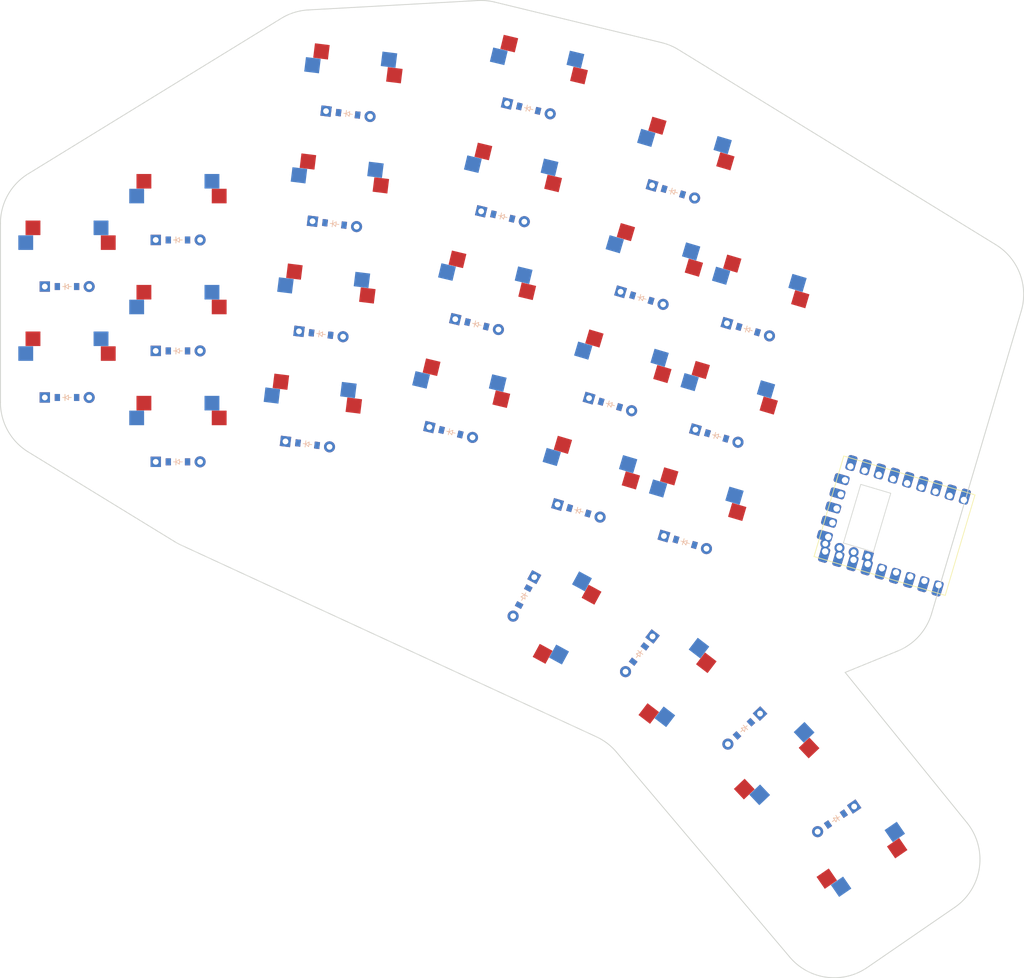
<source format=kicad_pcb>


(kicad_pcb (version 20171130) (host pcbnew 5.1.6)

  (page A3)
  (title_block
    (title "lascheda")
    (rev "v1.0.0")
    (company "Unknown")
  )

  (general
    (thickness 1.6)
  )

  (layers
    (0 F.Cu signal)
    (31 B.Cu signal)
    (32 B.Adhes user)
    (33 F.Adhes user)
    (34 B.Paste user)
    (35 F.Paste user)
    (36 B.SilkS user)
    (37 F.SilkS user)
    (38 B.Mask user)
    (39 F.Mask user)
    (40 Dwgs.User user)
    (41 Cmts.User user)
    (42 Eco1.User user)
    (43 Eco2.User user)
    (44 Edge.Cuts user)
    (45 Margin user)
    (46 B.CrtYd user)
    (47 F.CrtYd user)
    (48 B.Fab user)
    (49 F.Fab user)
  )

  (setup
    (last_trace_width 0.25)
    (trace_clearance 0.2)
    (zone_clearance 0.508)
    (zone_45_only no)
    (trace_min 0.2)
    (via_size 0.8)
    (via_drill 0.4)
    (via_min_size 0.4)
    (via_min_drill 0.3)
    (uvia_size 0.3)
    (uvia_drill 0.1)
    (uvias_allowed no)
    (uvia_min_size 0.2)
    (uvia_min_drill 0.1)
    (edge_width 0.05)
    (segment_width 0.2)
    (pcb_text_width 0.3)
    (pcb_text_size 1.5 1.5)
    (mod_edge_width 0.12)
    (mod_text_size 1 1)
    (mod_text_width 0.15)
    (pad_size 1.524 1.524)
    (pad_drill 0.762)
    (pad_to_mask_clearance 0.05)
    (aux_axis_origin 0 0)
    (visible_elements FFFFFF7F)
    (pcbplotparams
      (layerselection 0x010fc_ffffffff)
      (usegerberextensions false)
      (usegerberattributes true)
      (usegerberadvancedattributes true)
      (creategerberjobfile true)
      (excludeedgelayer true)
      (linewidth 0.100000)
      (plotframeref false)
      (viasonmask false)
      (mode 1)
      (useauxorigin false)
      (hpglpennumber 1)
      (hpglpenspeed 20)
      (hpglpendiameter 15.000000)
      (psnegative false)
      (psa4output false)
      (plotreference true)
      (plotvalue true)
      (plotinvisibletext false)
      (padsonsilk false)
      (subtractmaskfromsilk false)
      (outputformat 1)
      (mirror false)
      (drillshape 1)
      (scaleselection 1)
      (outputdirectory ""))
  )

  (net 0 "")
(net 1 "outer_home")
(net 2 "outer_top")
(net 3 "inner_bottom")
(net 4 "inner_home")
(net 5 "inner_top")
(net 6 "main_mod")
(net 7 "main_bottom")
(net 8 "main_home")
(net 9 "main_top")
(net 10 "outer_mod")
(net 11 "outer_bottom")
(net 12 "inner_mod")
(net 13 "main_moreouter")
(net 14 "main_outer")
(net 15 "main_inner")
(net 16 "main_moreinner")
(net 17 "P5V")
(net 18 "GND")
(net 19 "P3V3")
(net 20 "GP29")
(net 21 "GP28")
(net 22 "GP27")
(net 23 "GP26")
(net 24 "GP15")
(net 25 "GP14")
(net 26 "GP13")
(net 27 "GP12")
(net 28 "GP11")
(net 29 "GP10")
(net 30 "GP9")
(net 31 "GP8")
(net 32 "GP7")
(net 33 "GP6")
(net 34 "GP5")
(net 35 "GP4")
(net 36 "GP3")
(net 37 "GP2")
(net 38 "GP1")
(net 39 "GP0")
(net 40 "VCC")
(net 41 "P2")
(net 42 "P3")

  (net_class Default "This is the default net class."
    (clearance 0.2)
    (trace_width 0.25)
    (via_dia 0.8)
    (via_drill 0.4)
    (uvia_dia 0.3)
    (uvia_drill 0.1)
    (add_net "")
(add_net "outer_home")
(add_net "outer_top")
(add_net "inner_bottom")
(add_net "inner_home")
(add_net "inner_top")
(add_net "main_mod")
(add_net "main_bottom")
(add_net "main_home")
(add_net "main_top")
(add_net "outer_mod")
(add_net "outer_bottom")
(add_net "inner_mod")
(add_net "main_moreouter")
(add_net "main_outer")
(add_net "main_inner")
(add_net "main_moreinner")
(add_net "P5V")
(add_net "GND")
(add_net "P3V3")
(add_net "GP29")
(add_net "GP28")
(add_net "GP27")
(add_net "GP26")
(add_net "GP15")
(add_net "GP14")
(add_net "GP13")
(add_net "GP12")
(add_net "GP11")
(add_net "GP10")
(add_net "GP9")
(add_net "GP8")
(add_net "GP7")
(add_net "GP6")
(add_net "GP5")
(add_net "GP4")
(add_net "GP3")
(add_net "GP2")
(add_net "GP1")
(add_net "GP0")
(add_net "VCC")
(add_net "P2")
(add_net "P3")
  )

  
        
      (module MX (layer F.Cu) (tedit 5DD4F656)
      (at 70 100.95 0)

      
      (fp_text reference "S1" (at 0 0) (layer F.SilkS) hide (effects (font (size 1.27 1.27) (thickness 0.15))))
      (fp_text value "" (at 0 0) (layer F.SilkS) hide (effects (font (size 1.27 1.27) (thickness 0.15))))

      
      (fp_line (start -7 -6) (end -7 -7) (layer Dwgs.User) (width 0.15))
      (fp_line (start -7 7) (end -6 7) (layer Dwgs.User) (width 0.15))
      (fp_line (start -6 -7) (end -7 -7) (layer Dwgs.User) (width 0.15))
      (fp_line (start -7 7) (end -7 6) (layer Dwgs.User) (width 0.15))
      (fp_line (start 7 6) (end 7 7) (layer Dwgs.User) (width 0.15))
      (fp_line (start 7 -7) (end 6 -7) (layer Dwgs.User) (width 0.15))
      (fp_line (start 6 7) (end 7 7) (layer Dwgs.User) (width 0.15))
      (fp_line (start 7 -7) (end 7 -6) (layer Dwgs.User) (width 0.15))
    
      
      (pad "" np_thru_hole circle (at 0 0) (size 3.9878 3.9878) (drill 3.9878) (layers *.Cu *.Mask))

      
      (pad "" np_thru_hole circle (at 5.08 0) (size 1.7018 1.7018) (drill 1.7018) (layers *.Cu *.Mask))
      (pad "" np_thru_hole circle (at -5.08 0) (size 1.7018 1.7018) (drill 1.7018) (layers *.Cu *.Mask))
      
        
      
      (fp_line (start -9.5 -9.5) (end 9.5 -9.5) (layer Dwgs.User) (width 0.15))
      (fp_line (start 9.5 -9.5) (end 9.5 9.5) (layer Dwgs.User) (width 0.15))
      (fp_line (start 9.5 9.5) (end -9.5 9.5) (layer Dwgs.User) (width 0.15))
      (fp_line (start -9.5 9.5) (end -9.5 -9.5) (layer Dwgs.User) (width 0.15))
      
        
        
        (pad "" np_thru_hole circle (at 2.54 -5.08) (size 3 3) (drill 3) (layers *.Cu *.Mask))
        (pad "" np_thru_hole circle (at -3.81 -2.54) (size 3 3) (drill 3) (layers *.Cu *.Mask))
        
        
        (pad 1 smd rect (at -7.085 -2.54 0) (size 2.55 2.5) (layers B.Cu B.Paste B.Mask) (net 0 ""))
        (pad 2 smd rect (at 5.842 -5.08 0) (size 2.55 2.5) (layers B.Cu B.Paste B.Mask) (net 1 "outer_home"))
        
        
        
        (pad "" np_thru_hole circle (at -2.54 -5.08) (size 3 3) (drill 3) (layers *.Cu *.Mask))
        (pad "" np_thru_hole circle (at 3.81 -2.54) (size 3 3) (drill 3) (layers *.Cu *.Mask))
        
        
        (pad 1 smd rect (at 7.085 -2.54 0) (size 2.55 2.5) (layers F.Cu F.Paste F.Mask) (net 0 ""))
        (pad 2 smd rect (at -5.842 -5.08 0) (size 2.55 2.5) (layers F.Cu F.Paste F.Mask) (net 1 "outer_home"))
        )
        

        
      (module MX (layer F.Cu) (tedit 5DD4F656)
      (at 70 81.9 0)

      
      (fp_text reference "S2" (at 0 0) (layer F.SilkS) hide (effects (font (size 1.27 1.27) (thickness 0.15))))
      (fp_text value "" (at 0 0) (layer F.SilkS) hide (effects (font (size 1.27 1.27) (thickness 0.15))))

      
      (fp_line (start -7 -6) (end -7 -7) (layer Dwgs.User) (width 0.15))
      (fp_line (start -7 7) (end -6 7) (layer Dwgs.User) (width 0.15))
      (fp_line (start -6 -7) (end -7 -7) (layer Dwgs.User) (width 0.15))
      (fp_line (start -7 7) (end -7 6) (layer Dwgs.User) (width 0.15))
      (fp_line (start 7 6) (end 7 7) (layer Dwgs.User) (width 0.15))
      (fp_line (start 7 -7) (end 6 -7) (layer Dwgs.User) (width 0.15))
      (fp_line (start 6 7) (end 7 7) (layer Dwgs.User) (width 0.15))
      (fp_line (start 7 -7) (end 7 -6) (layer Dwgs.User) (width 0.15))
    
      
      (pad "" np_thru_hole circle (at 0 0) (size 3.9878 3.9878) (drill 3.9878) (layers *.Cu *.Mask))

      
      (pad "" np_thru_hole circle (at 5.08 0) (size 1.7018 1.7018) (drill 1.7018) (layers *.Cu *.Mask))
      (pad "" np_thru_hole circle (at -5.08 0) (size 1.7018 1.7018) (drill 1.7018) (layers *.Cu *.Mask))
      
        
      
      (fp_line (start -9.5 -9.5) (end 9.5 -9.5) (layer Dwgs.User) (width 0.15))
      (fp_line (start 9.5 -9.5) (end 9.5 9.5) (layer Dwgs.User) (width 0.15))
      (fp_line (start 9.5 9.5) (end -9.5 9.5) (layer Dwgs.User) (width 0.15))
      (fp_line (start -9.5 9.5) (end -9.5 -9.5) (layer Dwgs.User) (width 0.15))
      
        
        
        (pad "" np_thru_hole circle (at 2.54 -5.08) (size 3 3) (drill 3) (layers *.Cu *.Mask))
        (pad "" np_thru_hole circle (at -3.81 -2.54) (size 3 3) (drill 3) (layers *.Cu *.Mask))
        
        
        (pad 1 smd rect (at -7.085 -2.54 0) (size 2.55 2.5) (layers B.Cu B.Paste B.Mask) (net 0 ""))
        (pad 2 smd rect (at 5.842 -5.08 0) (size 2.55 2.5) (layers B.Cu B.Paste B.Mask) (net 2 "outer_top"))
        
        
        
        (pad "" np_thru_hole circle (at -2.54 -5.08) (size 3 3) (drill 3) (layers *.Cu *.Mask))
        (pad "" np_thru_hole circle (at 3.81 -2.54) (size 3 3) (drill 3) (layers *.Cu *.Mask))
        
        
        (pad 1 smd rect (at 7.085 -2.54 0) (size 2.55 2.5) (layers F.Cu F.Paste F.Mask) (net 0 ""))
        (pad 2 smd rect (at -5.842 -5.08 0) (size 2.55 2.5) (layers F.Cu F.Paste F.Mask) (net 2 "outer_top"))
        )
        

        
      (module MX (layer F.Cu) (tedit 5DD4F656)
      (at 89.05 112 0)

      
      (fp_text reference "S3" (at 0 0) (layer F.SilkS) hide (effects (font (size 1.27 1.27) (thickness 0.15))))
      (fp_text value "" (at 0 0) (layer F.SilkS) hide (effects (font (size 1.27 1.27) (thickness 0.15))))

      
      (fp_line (start -7 -6) (end -7 -7) (layer Dwgs.User) (width 0.15))
      (fp_line (start -7 7) (end -6 7) (layer Dwgs.User) (width 0.15))
      (fp_line (start -6 -7) (end -7 -7) (layer Dwgs.User) (width 0.15))
      (fp_line (start -7 7) (end -7 6) (layer Dwgs.User) (width 0.15))
      (fp_line (start 7 6) (end 7 7) (layer Dwgs.User) (width 0.15))
      (fp_line (start 7 -7) (end 6 -7) (layer Dwgs.User) (width 0.15))
      (fp_line (start 6 7) (end 7 7) (layer Dwgs.User) (width 0.15))
      (fp_line (start 7 -7) (end 7 -6) (layer Dwgs.User) (width 0.15))
    
      
      (pad "" np_thru_hole circle (at 0 0) (size 3.9878 3.9878) (drill 3.9878) (layers *.Cu *.Mask))

      
      (pad "" np_thru_hole circle (at 5.08 0) (size 1.7018 1.7018) (drill 1.7018) (layers *.Cu *.Mask))
      (pad "" np_thru_hole circle (at -5.08 0) (size 1.7018 1.7018) (drill 1.7018) (layers *.Cu *.Mask))
      
        
      
      (fp_line (start -9.5 -9.5) (end 9.5 -9.5) (layer Dwgs.User) (width 0.15))
      (fp_line (start 9.5 -9.5) (end 9.5 9.5) (layer Dwgs.User) (width 0.15))
      (fp_line (start 9.5 9.5) (end -9.5 9.5) (layer Dwgs.User) (width 0.15))
      (fp_line (start -9.5 9.5) (end -9.5 -9.5) (layer Dwgs.User) (width 0.15))
      
        
        
        (pad "" np_thru_hole circle (at 2.54 -5.08) (size 3 3) (drill 3) (layers *.Cu *.Mask))
        (pad "" np_thru_hole circle (at -3.81 -2.54) (size 3 3) (drill 3) (layers *.Cu *.Mask))
        
        
        (pad 1 smd rect (at -7.085 -2.54 0) (size 2.55 2.5) (layers B.Cu B.Paste B.Mask) (net 0 ""))
        (pad 2 smd rect (at 5.842 -5.08 0) (size 2.55 2.5) (layers B.Cu B.Paste B.Mask) (net 3 "inner_bottom"))
        
        
        
        (pad "" np_thru_hole circle (at -2.54 -5.08) (size 3 3) (drill 3) (layers *.Cu *.Mask))
        (pad "" np_thru_hole circle (at 3.81 -2.54) (size 3 3) (drill 3) (layers *.Cu *.Mask))
        
        
        (pad 1 smd rect (at 7.085 -2.54 0) (size 2.55 2.5) (layers F.Cu F.Paste F.Mask) (net 0 ""))
        (pad 2 smd rect (at -5.842 -5.08 0) (size 2.55 2.5) (layers F.Cu F.Paste F.Mask) (net 3 "inner_bottom"))
        )
        

        
      (module MX (layer F.Cu) (tedit 5DD4F656)
      (at 89.05 92.95 0)

      
      (fp_text reference "S4" (at 0 0) (layer F.SilkS) hide (effects (font (size 1.27 1.27) (thickness 0.15))))
      (fp_text value "" (at 0 0) (layer F.SilkS) hide (effects (font (size 1.27 1.27) (thickness 0.15))))

      
      (fp_line (start -7 -6) (end -7 -7) (layer Dwgs.User) (width 0.15))
      (fp_line (start -7 7) (end -6 7) (layer Dwgs.User) (width 0.15))
      (fp_line (start -6 -7) (end -7 -7) (layer Dwgs.User) (width 0.15))
      (fp_line (start -7 7) (end -7 6) (layer Dwgs.User) (width 0.15))
      (fp_line (start 7 6) (end 7 7) (layer Dwgs.User) (width 0.15))
      (fp_line (start 7 -7) (end 6 -7) (layer Dwgs.User) (width 0.15))
      (fp_line (start 6 7) (end 7 7) (layer Dwgs.User) (width 0.15))
      (fp_line (start 7 -7) (end 7 -6) (layer Dwgs.User) (width 0.15))
    
      
      (pad "" np_thru_hole circle (at 0 0) (size 3.9878 3.9878) (drill 3.9878) (layers *.Cu *.Mask))

      
      (pad "" np_thru_hole circle (at 5.08 0) (size 1.7018 1.7018) (drill 1.7018) (layers *.Cu *.Mask))
      (pad "" np_thru_hole circle (at -5.08 0) (size 1.7018 1.7018) (drill 1.7018) (layers *.Cu *.Mask))
      
        
      
      (fp_line (start -9.5 -9.5) (end 9.5 -9.5) (layer Dwgs.User) (width 0.15))
      (fp_line (start 9.5 -9.5) (end 9.5 9.5) (layer Dwgs.User) (width 0.15))
      (fp_line (start 9.5 9.5) (end -9.5 9.5) (layer Dwgs.User) (width 0.15))
      (fp_line (start -9.5 9.5) (end -9.5 -9.5) (layer Dwgs.User) (width 0.15))
      
        
        
        (pad "" np_thru_hole circle (at 2.54 -5.08) (size 3 3) (drill 3) (layers *.Cu *.Mask))
        (pad "" np_thru_hole circle (at -3.81 -2.54) (size 3 3) (drill 3) (layers *.Cu *.Mask))
        
        
        (pad 1 smd rect (at -7.085 -2.54 0) (size 2.55 2.5) (layers B.Cu B.Paste B.Mask) (net 0 ""))
        (pad 2 smd rect (at 5.842 -5.08 0) (size 2.55 2.5) (layers B.Cu B.Paste B.Mask) (net 4 "inner_home"))
        
        
        
        (pad "" np_thru_hole circle (at -2.54 -5.08) (size 3 3) (drill 3) (layers *.Cu *.Mask))
        (pad "" np_thru_hole circle (at 3.81 -2.54) (size 3 3) (drill 3) (layers *.Cu *.Mask))
        
        
        (pad 1 smd rect (at 7.085 -2.54 0) (size 2.55 2.5) (layers F.Cu F.Paste F.Mask) (net 0 ""))
        (pad 2 smd rect (at -5.842 -5.08 0) (size 2.55 2.5) (layers F.Cu F.Paste F.Mask) (net 4 "inner_home"))
        )
        

        
      (module MX (layer F.Cu) (tedit 5DD4F656)
      (at 89.05 73.9 0)

      
      (fp_text reference "S5" (at 0 0) (layer F.SilkS) hide (effects (font (size 1.27 1.27) (thickness 0.15))))
      (fp_text value "" (at 0 0) (layer F.SilkS) hide (effects (font (size 1.27 1.27) (thickness 0.15))))

      
      (fp_line (start -7 -6) (end -7 -7) (layer Dwgs.User) (width 0.15))
      (fp_line (start -7 7) (end -6 7) (layer Dwgs.User) (width 0.15))
      (fp_line (start -6 -7) (end -7 -7) (layer Dwgs.User) (width 0.15))
      (fp_line (start -7 7) (end -7 6) (layer Dwgs.User) (width 0.15))
      (fp_line (start 7 6) (end 7 7) (layer Dwgs.User) (width 0.15))
      (fp_line (start 7 -7) (end 6 -7) (layer Dwgs.User) (width 0.15))
      (fp_line (start 6 7) (end 7 7) (layer Dwgs.User) (width 0.15))
      (fp_line (start 7 -7) (end 7 -6) (layer Dwgs.User) (width 0.15))
    
      
      (pad "" np_thru_hole circle (at 0 0) (size 3.9878 3.9878) (drill 3.9878) (layers *.Cu *.Mask))

      
      (pad "" np_thru_hole circle (at 5.08 0) (size 1.7018 1.7018) (drill 1.7018) (layers *.Cu *.Mask))
      (pad "" np_thru_hole circle (at -5.08 0) (size 1.7018 1.7018) (drill 1.7018) (layers *.Cu *.Mask))
      
        
      
      (fp_line (start -9.5 -9.5) (end 9.5 -9.5) (layer Dwgs.User) (width 0.15))
      (fp_line (start 9.5 -9.5) (end 9.5 9.5) (layer Dwgs.User) (width 0.15))
      (fp_line (start 9.5 9.5) (end -9.5 9.5) (layer Dwgs.User) (width 0.15))
      (fp_line (start -9.5 9.5) (end -9.5 -9.5) (layer Dwgs.User) (width 0.15))
      
        
        
        (pad "" np_thru_hole circle (at 2.54 -5.08) (size 3 3) (drill 3) (layers *.Cu *.Mask))
        (pad "" np_thru_hole circle (at -3.81 -2.54) (size 3 3) (drill 3) (layers *.Cu *.Mask))
        
        
        (pad 1 smd rect (at -7.085 -2.54 0) (size 2.55 2.5) (layers B.Cu B.Paste B.Mask) (net 0 ""))
        (pad 2 smd rect (at 5.842 -5.08 0) (size 2.55 2.5) (layers B.Cu B.Paste B.Mask) (net 5 "inner_top"))
        
        
        
        (pad "" np_thru_hole circle (at -2.54 -5.08) (size 3 3) (drill 3) (layers *.Cu *.Mask))
        (pad "" np_thru_hole circle (at 3.81 -2.54) (size 3 3) (drill 3) (layers *.Cu *.Mask))
        
        
        (pad 1 smd rect (at 7.085 -2.54 0) (size 2.55 2.5) (layers F.Cu F.Paste F.Mask) (net 0 ""))
        (pad 2 smd rect (at -5.842 -5.08 0) (size 2.55 2.5) (layers F.Cu F.Paste F.Mask) (net 5 "inner_top"))
        )
        

        
      (module MX (layer F.Cu) (tedit 5DD4F656)
      (at 111.91 109 -7)

      
      (fp_text reference "S6" (at 0 0) (layer F.SilkS) hide (effects (font (size 1.27 1.27) (thickness 0.15))))
      (fp_text value "" (at 0 0) (layer F.SilkS) hide (effects (font (size 1.27 1.27) (thickness 0.15))))

      
      (fp_line (start -7 -6) (end -7 -7) (layer Dwgs.User) (width 0.15))
      (fp_line (start -7 7) (end -6 7) (layer Dwgs.User) (width 0.15))
      (fp_line (start -6 -7) (end -7 -7) (layer Dwgs.User) (width 0.15))
      (fp_line (start -7 7) (end -7 6) (layer Dwgs.User) (width 0.15))
      (fp_line (start 7 6) (end 7 7) (layer Dwgs.User) (width 0.15))
      (fp_line (start 7 -7) (end 6 -7) (layer Dwgs.User) (width 0.15))
      (fp_line (start 6 7) (end 7 7) (layer Dwgs.User) (width 0.15))
      (fp_line (start 7 -7) (end 7 -6) (layer Dwgs.User) (width 0.15))
    
      
      (pad "" np_thru_hole circle (at 0 0) (size 3.9878 3.9878) (drill 3.9878) (layers *.Cu *.Mask))

      
      (pad "" np_thru_hole circle (at 5.08 0) (size 1.7018 1.7018) (drill 1.7018) (layers *.Cu *.Mask))
      (pad "" np_thru_hole circle (at -5.08 0) (size 1.7018 1.7018) (drill 1.7018) (layers *.Cu *.Mask))
      
        
      
      (fp_line (start -9.5 -9.5) (end 9.5 -9.5) (layer Dwgs.User) (width 0.15))
      (fp_line (start 9.5 -9.5) (end 9.5 9.5) (layer Dwgs.User) (width 0.15))
      (fp_line (start 9.5 9.5) (end -9.5 9.5) (layer Dwgs.User) (width 0.15))
      (fp_line (start -9.5 9.5) (end -9.5 -9.5) (layer Dwgs.User) (width 0.15))
      
        
        
        (pad "" np_thru_hole circle (at 2.54 -5.08) (size 3 3) (drill 3) (layers *.Cu *.Mask))
        (pad "" np_thru_hole circle (at -3.81 -2.54) (size 3 3) (drill 3) (layers *.Cu *.Mask))
        
        
        (pad 1 smd rect (at -7.085 -2.54 -7) (size 2.55 2.5) (layers B.Cu B.Paste B.Mask) (net 0 ""))
        (pad 2 smd rect (at 5.842 -5.08 -7) (size 2.55 2.5) (layers B.Cu B.Paste B.Mask) (net 6 "main_mod"))
        
        
        
        (pad "" np_thru_hole circle (at -2.54 -5.08) (size 3 3) (drill 3) (layers *.Cu *.Mask))
        (pad "" np_thru_hole circle (at 3.81 -2.54) (size 3 3) (drill 3) (layers *.Cu *.Mask))
        
        
        (pad 1 smd rect (at 7.085 -2.54 -7) (size 2.55 2.5) (layers F.Cu F.Paste F.Mask) (net 0 ""))
        (pad 2 smd rect (at -5.842 -5.08 -7) (size 2.55 2.5) (layers F.Cu F.Paste F.Mask) (net 6 "main_mod"))
        )
        

        
      (module MX (layer F.Cu) (tedit 5DD4F656)
      (at 114.231611 90.0919958 -7)

      
      (fp_text reference "S7" (at 0 0) (layer F.SilkS) hide (effects (font (size 1.27 1.27) (thickness 0.15))))
      (fp_text value "" (at 0 0) (layer F.SilkS) hide (effects (font (size 1.27 1.27) (thickness 0.15))))

      
      (fp_line (start -7 -6) (end -7 -7) (layer Dwgs.User) (width 0.15))
      (fp_line (start -7 7) (end -6 7) (layer Dwgs.User) (width 0.15))
      (fp_line (start -6 -7) (end -7 -7) (layer Dwgs.User) (width 0.15))
      (fp_line (start -7 7) (end -7 6) (layer Dwgs.User) (width 0.15))
      (fp_line (start 7 6) (end 7 7) (layer Dwgs.User) (width 0.15))
      (fp_line (start 7 -7) (end 6 -7) (layer Dwgs.User) (width 0.15))
      (fp_line (start 6 7) (end 7 7) (layer Dwgs.User) (width 0.15))
      (fp_line (start 7 -7) (end 7 -6) (layer Dwgs.User) (width 0.15))
    
      
      (pad "" np_thru_hole circle (at 0 0) (size 3.9878 3.9878) (drill 3.9878) (layers *.Cu *.Mask))

      
      (pad "" np_thru_hole circle (at 5.08 0) (size 1.7018 1.7018) (drill 1.7018) (layers *.Cu *.Mask))
      (pad "" np_thru_hole circle (at -5.08 0) (size 1.7018 1.7018) (drill 1.7018) (layers *.Cu *.Mask))
      
        
      
      (fp_line (start -9.5 -9.5) (end 9.5 -9.5) (layer Dwgs.User) (width 0.15))
      (fp_line (start 9.5 -9.5) (end 9.5 9.5) (layer Dwgs.User) (width 0.15))
      (fp_line (start 9.5 9.5) (end -9.5 9.5) (layer Dwgs.User) (width 0.15))
      (fp_line (start -9.5 9.5) (end -9.5 -9.5) (layer Dwgs.User) (width 0.15))
      
        
        
        (pad "" np_thru_hole circle (at 2.54 -5.08) (size 3 3) (drill 3) (layers *.Cu *.Mask))
        (pad "" np_thru_hole circle (at -3.81 -2.54) (size 3 3) (drill 3) (layers *.Cu *.Mask))
        
        
        (pad 1 smd rect (at -7.085 -2.54 -7) (size 2.55 2.5) (layers B.Cu B.Paste B.Mask) (net 0 ""))
        (pad 2 smd rect (at 5.842 -5.08 -7) (size 2.55 2.5) (layers B.Cu B.Paste B.Mask) (net 7 "main_bottom"))
        
        
        
        (pad "" np_thru_hole circle (at -2.54 -5.08) (size 3 3) (drill 3) (layers *.Cu *.Mask))
        (pad "" np_thru_hole circle (at 3.81 -2.54) (size 3 3) (drill 3) (layers *.Cu *.Mask))
        
        
        (pad 1 smd rect (at 7.085 -2.54 -7) (size 2.55 2.5) (layers F.Cu F.Paste F.Mask) (net 0 ""))
        (pad 2 smd rect (at -5.842 -5.08 -7) (size 2.55 2.5) (layers F.Cu F.Paste F.Mask) (net 7 "main_bottom"))
        )
        

        
      (module MX (layer F.Cu) (tedit 5DD4F656)
      (at 116.553222 71.18399160000001 -7)

      
      (fp_text reference "S8" (at 0 0) (layer F.SilkS) hide (effects (font (size 1.27 1.27) (thickness 0.15))))
      (fp_text value "" (at 0 0) (layer F.SilkS) hide (effects (font (size 1.27 1.27) (thickness 0.15))))

      
      (fp_line (start -7 -6) (end -7 -7) (layer Dwgs.User) (width 0.15))
      (fp_line (start -7 7) (end -6 7) (layer Dwgs.User) (width 0.15))
      (fp_line (start -6 -7) (end -7 -7) (layer Dwgs.User) (width 0.15))
      (fp_line (start -7 7) (end -7 6) (layer Dwgs.User) (width 0.15))
      (fp_line (start 7 6) (end 7 7) (layer Dwgs.User) (width 0.15))
      (fp_line (start 7 -7) (end 6 -7) (layer Dwgs.User) (width 0.15))
      (fp_line (start 6 7) (end 7 7) (layer Dwgs.User) (width 0.15))
      (fp_line (start 7 -7) (end 7 -6) (layer Dwgs.User) (width 0.15))
    
      
      (pad "" np_thru_hole circle (at 0 0) (size 3.9878 3.9878) (drill 3.9878) (layers *.Cu *.Mask))

      
      (pad "" np_thru_hole circle (at 5.08 0) (size 1.7018 1.7018) (drill 1.7018) (layers *.Cu *.Mask))
      (pad "" np_thru_hole circle (at -5.08 0) (size 1.7018 1.7018) (drill 1.7018) (layers *.Cu *.Mask))
      
        
      
      (fp_line (start -9.5 -9.5) (end 9.5 -9.5) (layer Dwgs.User) (width 0.15))
      (fp_line (start 9.5 -9.5) (end 9.5 9.5) (layer Dwgs.User) (width 0.15))
      (fp_line (start 9.5 9.5) (end -9.5 9.5) (layer Dwgs.User) (width 0.15))
      (fp_line (start -9.5 9.5) (end -9.5 -9.5) (layer Dwgs.User) (width 0.15))
      
        
        
        (pad "" np_thru_hole circle (at 2.54 -5.08) (size 3 3) (drill 3) (layers *.Cu *.Mask))
        (pad "" np_thru_hole circle (at -3.81 -2.54) (size 3 3) (drill 3) (layers *.Cu *.Mask))
        
        
        (pad 1 smd rect (at -7.085 -2.54 -7) (size 2.55 2.5) (layers B.Cu B.Paste B.Mask) (net 0 ""))
        (pad 2 smd rect (at 5.842 -5.08 -7) (size 2.55 2.5) (layers B.Cu B.Paste B.Mask) (net 8 "main_home"))
        
        
        
        (pad "" np_thru_hole circle (at -2.54 -5.08) (size 3 3) (drill 3) (layers *.Cu *.Mask))
        (pad "" np_thru_hole circle (at 3.81 -2.54) (size 3 3) (drill 3) (layers *.Cu *.Mask))
        
        
        (pad 1 smd rect (at 7.085 -2.54 -7) (size 2.55 2.5) (layers F.Cu F.Paste F.Mask) (net 0 ""))
        (pad 2 smd rect (at -5.842 -5.08 -7) (size 2.55 2.5) (layers F.Cu F.Paste F.Mask) (net 8 "main_home"))
        )
        

        
      (module MX (layer F.Cu) (tedit 5DD4F656)
      (at 118.87483300000001 52.27598740000001 -7)

      
      (fp_text reference "S9" (at 0 0) (layer F.SilkS) hide (effects (font (size 1.27 1.27) (thickness 0.15))))
      (fp_text value "" (at 0 0) (layer F.SilkS) hide (effects (font (size 1.27 1.27) (thickness 0.15))))

      
      (fp_line (start -7 -6) (end -7 -7) (layer Dwgs.User) (width 0.15))
      (fp_line (start -7 7) (end -6 7) (layer Dwgs.User) (width 0.15))
      (fp_line (start -6 -7) (end -7 -7) (layer Dwgs.User) (width 0.15))
      (fp_line (start -7 7) (end -7 6) (layer Dwgs.User) (width 0.15))
      (fp_line (start 7 6) (end 7 7) (layer Dwgs.User) (width 0.15))
      (fp_line (start 7 -7) (end 6 -7) (layer Dwgs.User) (width 0.15))
      (fp_line (start 6 7) (end 7 7) (layer Dwgs.User) (width 0.15))
      (fp_line (start 7 -7) (end 7 -6) (layer Dwgs.User) (width 0.15))
    
      
      (pad "" np_thru_hole circle (at 0 0) (size 3.9878 3.9878) (drill 3.9878) (layers *.Cu *.Mask))

      
      (pad "" np_thru_hole circle (at 5.08 0) (size 1.7018 1.7018) (drill 1.7018) (layers *.Cu *.Mask))
      (pad "" np_thru_hole circle (at -5.08 0) (size 1.7018 1.7018) (drill 1.7018) (layers *.Cu *.Mask))
      
        
      
      (fp_line (start -9.5 -9.5) (end 9.5 -9.5) (layer Dwgs.User) (width 0.15))
      (fp_line (start 9.5 -9.5) (end 9.5 9.5) (layer Dwgs.User) (width 0.15))
      (fp_line (start 9.5 9.5) (end -9.5 9.5) (layer Dwgs.User) (width 0.15))
      (fp_line (start -9.5 9.5) (end -9.5 -9.5) (layer Dwgs.User) (width 0.15))
      
        
        
        (pad "" np_thru_hole circle (at 2.54 -5.08) (size 3 3) (drill 3) (layers *.Cu *.Mask))
        (pad "" np_thru_hole circle (at -3.81 -2.54) (size 3 3) (drill 3) (layers *.Cu *.Mask))
        
        
        (pad 1 smd rect (at -7.085 -2.54 -7) (size 2.55 2.5) (layers B.Cu B.Paste B.Mask) (net 0 ""))
        (pad 2 smd rect (at 5.842 -5.08 -7) (size 2.55 2.5) (layers B.Cu B.Paste B.Mask) (net 9 "main_top"))
        
        
        
        (pad "" np_thru_hole circle (at -2.54 -5.08) (size 3 3) (drill 3) (layers *.Cu *.Mask))
        (pad "" np_thru_hole circle (at 3.81 -2.54) (size 3 3) (drill 3) (layers *.Cu *.Mask))
        
        
        (pad 1 smd rect (at 7.085 -2.54 -7) (size 2.55 2.5) (layers F.Cu F.Paste F.Mask) (net 0 ""))
        (pad 2 smd rect (at -5.842 -5.08 -7) (size 2.55 2.5) (layers F.Cu F.Paste F.Mask) (net 9 "main_top"))
        )
        

        
      (module MX (layer F.Cu) (tedit 5DD4F656)
      (at 137.0997522 107.0553635 -13.5)

      
      (fp_text reference "S10" (at 0 0) (layer F.SilkS) hide (effects (font (size 1.27 1.27) (thickness 0.15))))
      (fp_text value "" (at 0 0) (layer F.SilkS) hide (effects (font (size 1.27 1.27) (thickness 0.15))))

      
      (fp_line (start -7 -6) (end -7 -7) (layer Dwgs.User) (width 0.15))
      (fp_line (start -7 7) (end -6 7) (layer Dwgs.User) (width 0.15))
      (fp_line (start -6 -7) (end -7 -7) (layer Dwgs.User) (width 0.15))
      (fp_line (start -7 7) (end -7 6) (layer Dwgs.User) (width 0.15))
      (fp_line (start 7 6) (end 7 7) (layer Dwgs.User) (width 0.15))
      (fp_line (start 7 -7) (end 6 -7) (layer Dwgs.User) (width 0.15))
      (fp_line (start 6 7) (end 7 7) (layer Dwgs.User) (width 0.15))
      (fp_line (start 7 -7) (end 7 -6) (layer Dwgs.User) (width 0.15))
    
      
      (pad "" np_thru_hole circle (at 0 0) (size 3.9878 3.9878) (drill 3.9878) (layers *.Cu *.Mask))

      
      (pad "" np_thru_hole circle (at 5.08 0) (size 1.7018 1.7018) (drill 1.7018) (layers *.Cu *.Mask))
      (pad "" np_thru_hole circle (at -5.08 0) (size 1.7018 1.7018) (drill 1.7018) (layers *.Cu *.Mask))
      
        
      
      (fp_line (start -9.5 -9.5) (end 9.5 -9.5) (layer Dwgs.User) (width 0.15))
      (fp_line (start 9.5 -9.5) (end 9.5 9.5) (layer Dwgs.User) (width 0.15))
      (fp_line (start 9.5 9.5) (end -9.5 9.5) (layer Dwgs.User) (width 0.15))
      (fp_line (start -9.5 9.5) (end -9.5 -9.5) (layer Dwgs.User) (width 0.15))
      
        
        
        (pad "" np_thru_hole circle (at 2.54 -5.08) (size 3 3) (drill 3) (layers *.Cu *.Mask))
        (pad "" np_thru_hole circle (at -3.81 -2.54) (size 3 3) (drill 3) (layers *.Cu *.Mask))
        
        
        (pad 1 smd rect (at -7.085 -2.54 -13.5) (size 2.55 2.5) (layers B.Cu B.Paste B.Mask) (net 0 ""))
        (pad 2 smd rect (at 5.842 -5.08 -13.5) (size 2.55 2.5) (layers B.Cu B.Paste B.Mask) (net 6 "main_mod"))
        
        
        
        (pad "" np_thru_hole circle (at -2.54 -5.08) (size 3 3) (drill 3) (layers *.Cu *.Mask))
        (pad "" np_thru_hole circle (at 3.81 -2.54) (size 3 3) (drill 3) (layers *.Cu *.Mask))
        
        
        (pad 1 smd rect (at 7.085 -2.54 -13.5) (size 2.55 2.5) (layers F.Cu F.Paste F.Mask) (net 0 ""))
        (pad 2 smd rect (at -5.842 -5.08 -13.5) (size 2.55 2.5) (layers F.Cu F.Paste F.Mask) (net 6 "main_mod"))
        )
        

        
      (module MX (layer F.Cu) (tedit 5DD4F656)
      (at 141.5468864 88.5317165 -13.5)

      
      (fp_text reference "S11" (at 0 0) (layer F.SilkS) hide (effects (font (size 1.27 1.27) (thickness 0.15))))
      (fp_text value "" (at 0 0) (layer F.SilkS) hide (effects (font (size 1.27 1.27) (thickness 0.15))))

      
      (fp_line (start -7 -6) (end -7 -7) (layer Dwgs.User) (width 0.15))
      (fp_line (start -7 7) (end -6 7) (layer Dwgs.User) (width 0.15))
      (fp_line (start -6 -7) (end -7 -7) (layer Dwgs.User) (width 0.15))
      (fp_line (start -7 7) (end -7 6) (layer Dwgs.User) (width 0.15))
      (fp_line (start 7 6) (end 7 7) (layer Dwgs.User) (width 0.15))
      (fp_line (start 7 -7) (end 6 -7) (layer Dwgs.User) (width 0.15))
      (fp_line (start 6 7) (end 7 7) (layer Dwgs.User) (width 0.15))
      (fp_line (start 7 -7) (end 7 -6) (layer Dwgs.User) (width 0.15))
    
      
      (pad "" np_thru_hole circle (at 0 0) (size 3.9878 3.9878) (drill 3.9878) (layers *.Cu *.Mask))

      
      (pad "" np_thru_hole circle (at 5.08 0) (size 1.7018 1.7018) (drill 1.7018) (layers *.Cu *.Mask))
      (pad "" np_thru_hole circle (at -5.08 0) (size 1.7018 1.7018) (drill 1.7018) (layers *.Cu *.Mask))
      
        
      
      (fp_line (start -9.5 -9.5) (end 9.5 -9.5) (layer Dwgs.User) (width 0.15))
      (fp_line (start 9.5 -9.5) (end 9.5 9.5) (layer Dwgs.User) (width 0.15))
      (fp_line (start 9.5 9.5) (end -9.5 9.5) (layer Dwgs.User) (width 0.15))
      (fp_line (start -9.5 9.5) (end -9.5 -9.5) (layer Dwgs.User) (width 0.15))
      
        
        
        (pad "" np_thru_hole circle (at 2.54 -5.08) (size 3 3) (drill 3) (layers *.Cu *.Mask))
        (pad "" np_thru_hole circle (at -3.81 -2.54) (size 3 3) (drill 3) (layers *.Cu *.Mask))
        
        
        (pad 1 smd rect (at -7.085 -2.54 -13.5) (size 2.55 2.5) (layers B.Cu B.Paste B.Mask) (net 0 ""))
        (pad 2 smd rect (at 5.842 -5.08 -13.5) (size 2.55 2.5) (layers B.Cu B.Paste B.Mask) (net 7 "main_bottom"))
        
        
        
        (pad "" np_thru_hole circle (at -2.54 -5.08) (size 3 3) (drill 3) (layers *.Cu *.Mask))
        (pad "" np_thru_hole circle (at 3.81 -2.54) (size 3 3) (drill 3) (layers *.Cu *.Mask))
        
        
        (pad 1 smd rect (at 7.085 -2.54 -13.5) (size 2.55 2.5) (layers F.Cu F.Paste F.Mask) (net 0 ""))
        (pad 2 smd rect (at -5.842 -5.08 -13.5) (size 2.55 2.5) (layers F.Cu F.Paste F.Mask) (net 7 "main_bottom"))
        )
        

        
      (module MX (layer F.Cu) (tedit 5DD4F656)
      (at 145.9940206 70.0080695 -13.5)

      
      (fp_text reference "S12" (at 0 0) (layer F.SilkS) hide (effects (font (size 1.27 1.27) (thickness 0.15))))
      (fp_text value "" (at 0 0) (layer F.SilkS) hide (effects (font (size 1.27 1.27) (thickness 0.15))))

      
      (fp_line (start -7 -6) (end -7 -7) (layer Dwgs.User) (width 0.15))
      (fp_line (start -7 7) (end -6 7) (layer Dwgs.User) (width 0.15))
      (fp_line (start -6 -7) (end -7 -7) (layer Dwgs.User) (width 0.15))
      (fp_line (start -7 7) (end -7 6) (layer Dwgs.User) (width 0.15))
      (fp_line (start 7 6) (end 7 7) (layer Dwgs.User) (width 0.15))
      (fp_line (start 7 -7) (end 6 -7) (layer Dwgs.User) (width 0.15))
      (fp_line (start 6 7) (end 7 7) (layer Dwgs.User) (width 0.15))
      (fp_line (start 7 -7) (end 7 -6) (layer Dwgs.User) (width 0.15))
    
      
      (pad "" np_thru_hole circle (at 0 0) (size 3.9878 3.9878) (drill 3.9878) (layers *.Cu *.Mask))

      
      (pad "" np_thru_hole circle (at 5.08 0) (size 1.7018 1.7018) (drill 1.7018) (layers *.Cu *.Mask))
      (pad "" np_thru_hole circle (at -5.08 0) (size 1.7018 1.7018) (drill 1.7018) (layers *.Cu *.Mask))
      
        
      
      (fp_line (start -9.5 -9.5) (end 9.5 -9.5) (layer Dwgs.User) (width 0.15))
      (fp_line (start 9.5 -9.5) (end 9.5 9.5) (layer Dwgs.User) (width 0.15))
      (fp_line (start 9.5 9.5) (end -9.5 9.5) (layer Dwgs.User) (width 0.15))
      (fp_line (start -9.5 9.5) (end -9.5 -9.5) (layer Dwgs.User) (width 0.15))
      
        
        
        (pad "" np_thru_hole circle (at 2.54 -5.08) (size 3 3) (drill 3) (layers *.Cu *.Mask))
        (pad "" np_thru_hole circle (at -3.81 -2.54) (size 3 3) (drill 3) (layers *.Cu *.Mask))
        
        
        (pad 1 smd rect (at -7.085 -2.54 -13.5) (size 2.55 2.5) (layers B.Cu B.Paste B.Mask) (net 0 ""))
        (pad 2 smd rect (at 5.842 -5.08 -13.5) (size 2.55 2.5) (layers B.Cu B.Paste B.Mask) (net 8 "main_home"))
        
        
        
        (pad "" np_thru_hole circle (at -2.54 -5.08) (size 3 3) (drill 3) (layers *.Cu *.Mask))
        (pad "" np_thru_hole circle (at 3.81 -2.54) (size 3 3) (drill 3) (layers *.Cu *.Mask))
        
        
        (pad 1 smd rect (at 7.085 -2.54 -13.5) (size 2.55 2.5) (layers F.Cu F.Paste F.Mask) (net 0 ""))
        (pad 2 smd rect (at -5.842 -5.08 -13.5) (size 2.55 2.5) (layers F.Cu F.Paste F.Mask) (net 8 "main_home"))
        )
        

        
      (module MX (layer F.Cu) (tedit 5DD4F656)
      (at 150.4411548 51.48442250000001 -13.5)

      
      (fp_text reference "S13" (at 0 0) (layer F.SilkS) hide (effects (font (size 1.27 1.27) (thickness 0.15))))
      (fp_text value "" (at 0 0) (layer F.SilkS) hide (effects (font (size 1.27 1.27) (thickness 0.15))))

      
      (fp_line (start -7 -6) (end -7 -7) (layer Dwgs.User) (width 0.15))
      (fp_line (start -7 7) (end -6 7) (layer Dwgs.User) (width 0.15))
      (fp_line (start -6 -7) (end -7 -7) (layer Dwgs.User) (width 0.15))
      (fp_line (start -7 7) (end -7 6) (layer Dwgs.User) (width 0.15))
      (fp_line (start 7 6) (end 7 7) (layer Dwgs.User) (width 0.15))
      (fp_line (start 7 -7) (end 6 -7) (layer Dwgs.User) (width 0.15))
      (fp_line (start 6 7) (end 7 7) (layer Dwgs.User) (width 0.15))
      (fp_line (start 7 -7) (end 7 -6) (layer Dwgs.User) (width 0.15))
    
      
      (pad "" np_thru_hole circle (at 0 0) (size 3.9878 3.9878) (drill 3.9878) (layers *.Cu *.Mask))

      
      (pad "" np_thru_hole circle (at 5.08 0) (size 1.7018 1.7018) (drill 1.7018) (layers *.Cu *.Mask))
      (pad "" np_thru_hole circle (at -5.08 0) (size 1.7018 1.7018) (drill 1.7018) (layers *.Cu *.Mask))
      
        
      
      (fp_line (start -9.5 -9.5) (end 9.5 -9.5) (layer Dwgs.User) (width 0.15))
      (fp_line (start 9.5 -9.5) (end 9.5 9.5) (layer Dwgs.User) (width 0.15))
      (fp_line (start 9.5 9.5) (end -9.5 9.5) (layer Dwgs.User) (width 0.15))
      (fp_line (start -9.5 9.5) (end -9.5 -9.5) (layer Dwgs.User) (width 0.15))
      
        
        
        (pad "" np_thru_hole circle (at 2.54 -5.08) (size 3 3) (drill 3) (layers *.Cu *.Mask))
        (pad "" np_thru_hole circle (at -3.81 -2.54) (size 3 3) (drill 3) (layers *.Cu *.Mask))
        
        
        (pad 1 smd rect (at -7.085 -2.54 -13.5) (size 2.55 2.5) (layers B.Cu B.Paste B.Mask) (net 0 ""))
        (pad 2 smd rect (at 5.842 -5.08 -13.5) (size 2.55 2.5) (layers B.Cu B.Paste B.Mask) (net 9 "main_top"))
        
        
        
        (pad "" np_thru_hole circle (at -2.54 -5.08) (size 3 3) (drill 3) (layers *.Cu *.Mask))
        (pad "" np_thru_hole circle (at 3.81 -2.54) (size 3 3) (drill 3) (layers *.Cu *.Mask))
        
        
        (pad 1 smd rect (at 7.085 -2.54 -13.5) (size 2.55 2.5) (layers F.Cu F.Paste F.Mask) (net 0 ""))
        (pad 2 smd rect (at -5.842 -5.08 -13.5) (size 2.55 2.5) (layers F.Cu F.Paste F.Mask) (net 9 "main_top"))
        )
        

        
      (module MX (layer F.Cu) (tedit 5DD4F656)
      (at 159.31293040000003 120.6155973 -16.5)

      
      (fp_text reference "S14" (at 0 0) (layer F.SilkS) hide (effects (font (size 1.27 1.27) (thickness 0.15))))
      (fp_text value "" (at 0 0) (layer F.SilkS) hide (effects (font (size 1.27 1.27) (thickness 0.15))))

      
      (fp_line (start -7 -6) (end -7 -7) (layer Dwgs.User) (width 0.15))
      (fp_line (start -7 7) (end -6 7) (layer Dwgs.User) (width 0.15))
      (fp_line (start -6 -7) (end -7 -7) (layer Dwgs.User) (width 0.15))
      (fp_line (start -7 7) (end -7 6) (layer Dwgs.User) (width 0.15))
      (fp_line (start 7 6) (end 7 7) (layer Dwgs.User) (width 0.15))
      (fp_line (start 7 -7) (end 6 -7) (layer Dwgs.User) (width 0.15))
      (fp_line (start 6 7) (end 7 7) (layer Dwgs.User) (width 0.15))
      (fp_line (start 7 -7) (end 7 -6) (layer Dwgs.User) (width 0.15))
    
      
      (pad "" np_thru_hole circle (at 0 0) (size 3.9878 3.9878) (drill 3.9878) (layers *.Cu *.Mask))

      
      (pad "" np_thru_hole circle (at 5.08 0) (size 1.7018 1.7018) (drill 1.7018) (layers *.Cu *.Mask))
      (pad "" np_thru_hole circle (at -5.08 0) (size 1.7018 1.7018) (drill 1.7018) (layers *.Cu *.Mask))
      
        
      
      (fp_line (start -9.5 -9.5) (end 9.5 -9.5) (layer Dwgs.User) (width 0.15))
      (fp_line (start 9.5 -9.5) (end 9.5 9.5) (layer Dwgs.User) (width 0.15))
      (fp_line (start 9.5 9.5) (end -9.5 9.5) (layer Dwgs.User) (width 0.15))
      (fp_line (start -9.5 9.5) (end -9.5 -9.5) (layer Dwgs.User) (width 0.15))
      
        
        
        (pad "" np_thru_hole circle (at 2.54 -5.08) (size 3 3) (drill 3) (layers *.Cu *.Mask))
        (pad "" np_thru_hole circle (at -3.81 -2.54) (size 3 3) (drill 3) (layers *.Cu *.Mask))
        
        
        (pad 1 smd rect (at -7.085 -2.54 -16.5) (size 2.55 2.5) (layers B.Cu B.Paste B.Mask) (net 0 ""))
        (pad 2 smd rect (at 5.842 -5.08 -16.5) (size 2.55 2.5) (layers B.Cu B.Paste B.Mask) (net 10 "outer_mod"))
        
        
        
        (pad "" np_thru_hole circle (at -2.54 -5.08) (size 3 3) (drill 3) (layers *.Cu *.Mask))
        (pad "" np_thru_hole circle (at 3.81 -2.54) (size 3 3) (drill 3) (layers *.Cu *.Mask))
        
        
        (pad 1 smd rect (at 7.085 -2.54 -16.5) (size 2.55 2.5) (layers F.Cu F.Paste F.Mask) (net 0 ""))
        (pad 2 smd rect (at -5.842 -5.08 -16.5) (size 2.55 2.5) (layers F.Cu F.Paste F.Mask) (net 10 "outer_mod"))
        )
        

        
      (module MX (layer F.Cu) (tedit 5DD4F656)
      (at 164.72342270000001 102.35008140000001 -16.5)

      
      (fp_text reference "S15" (at 0 0) (layer F.SilkS) hide (effects (font (size 1.27 1.27) (thickness 0.15))))
      (fp_text value "" (at 0 0) (layer F.SilkS) hide (effects (font (size 1.27 1.27) (thickness 0.15))))

      
      (fp_line (start -7 -6) (end -7 -7) (layer Dwgs.User) (width 0.15))
      (fp_line (start -7 7) (end -6 7) (layer Dwgs.User) (width 0.15))
      (fp_line (start -6 -7) (end -7 -7) (layer Dwgs.User) (width 0.15))
      (fp_line (start -7 7) (end -7 6) (layer Dwgs.User) (width 0.15))
      (fp_line (start 7 6) (end 7 7) (layer Dwgs.User) (width 0.15))
      (fp_line (start 7 -7) (end 6 -7) (layer Dwgs.User) (width 0.15))
      (fp_line (start 6 7) (end 7 7) (layer Dwgs.User) (width 0.15))
      (fp_line (start 7 -7) (end 7 -6) (layer Dwgs.User) (width 0.15))
    
      
      (pad "" np_thru_hole circle (at 0 0) (size 3.9878 3.9878) (drill 3.9878) (layers *.Cu *.Mask))

      
      (pad "" np_thru_hole circle (at 5.08 0) (size 1.7018 1.7018) (drill 1.7018) (layers *.Cu *.Mask))
      (pad "" np_thru_hole circle (at -5.08 0) (size 1.7018 1.7018) (drill 1.7018) (layers *.Cu *.Mask))
      
        
      
      (fp_line (start -9.5 -9.5) (end 9.5 -9.5) (layer Dwgs.User) (width 0.15))
      (fp_line (start 9.5 -9.5) (end 9.5 9.5) (layer Dwgs.User) (width 0.15))
      (fp_line (start 9.5 9.5) (end -9.5 9.5) (layer Dwgs.User) (width 0.15))
      (fp_line (start -9.5 9.5) (end -9.5 -9.5) (layer Dwgs.User) (width 0.15))
      
        
        
        (pad "" np_thru_hole circle (at 2.54 -5.08) (size 3 3) (drill 3) (layers *.Cu *.Mask))
        (pad "" np_thru_hole circle (at -3.81 -2.54) (size 3 3) (drill 3) (layers *.Cu *.Mask))
        
        
        (pad 1 smd rect (at -7.085 -2.54 -16.5) (size 2.55 2.5) (layers B.Cu B.Paste B.Mask) (net 0 ""))
        (pad 2 smd rect (at 5.842 -5.08 -16.5) (size 2.55 2.5) (layers B.Cu B.Paste B.Mask) (net 11 "outer_bottom"))
        
        
        
        (pad "" np_thru_hole circle (at -2.54 -5.08) (size 3 3) (drill 3) (layers *.Cu *.Mask))
        (pad "" np_thru_hole circle (at 3.81 -2.54) (size 3 3) (drill 3) (layers *.Cu *.Mask))
        
        
        (pad 1 smd rect (at 7.085 -2.54 -16.5) (size 2.55 2.5) (layers F.Cu F.Paste F.Mask) (net 0 ""))
        (pad 2 smd rect (at -5.842 -5.08 -16.5) (size 2.55 2.5) (layers F.Cu F.Paste F.Mask) (net 11 "outer_bottom"))
        )
        

        
      (module MX (layer F.Cu) (tedit 5DD4F656)
      (at 170.133915 84.08456550000001 -16.5)

      
      (fp_text reference "S16" (at 0 0) (layer F.SilkS) hide (effects (font (size 1.27 1.27) (thickness 0.15))))
      (fp_text value "" (at 0 0) (layer F.SilkS) hide (effects (font (size 1.27 1.27) (thickness 0.15))))

      
      (fp_line (start -7 -6) (end -7 -7) (layer Dwgs.User) (width 0.15))
      (fp_line (start -7 7) (end -6 7) (layer Dwgs.User) (width 0.15))
      (fp_line (start -6 -7) (end -7 -7) (layer Dwgs.User) (width 0.15))
      (fp_line (start -7 7) (end -7 6) (layer Dwgs.User) (width 0.15))
      (fp_line (start 7 6) (end 7 7) (layer Dwgs.User) (width 0.15))
      (fp_line (start 7 -7) (end 6 -7) (layer Dwgs.User) (width 0.15))
      (fp_line (start 6 7) (end 7 7) (layer Dwgs.User) (width 0.15))
      (fp_line (start 7 -7) (end 7 -6) (layer Dwgs.User) (width 0.15))
    
      
      (pad "" np_thru_hole circle (at 0 0) (size 3.9878 3.9878) (drill 3.9878) (layers *.Cu *.Mask))

      
      (pad "" np_thru_hole circle (at 5.08 0) (size 1.7018 1.7018) (drill 1.7018) (layers *.Cu *.Mask))
      (pad "" np_thru_hole circle (at -5.08 0) (size 1.7018 1.7018) (drill 1.7018) (layers *.Cu *.Mask))
      
        
      
      (fp_line (start -9.5 -9.5) (end 9.5 -9.5) (layer Dwgs.User) (width 0.15))
      (fp_line (start 9.5 -9.5) (end 9.5 9.5) (layer Dwgs.User) (width 0.15))
      (fp_line (start 9.5 9.5) (end -9.5 9.5) (layer Dwgs.User) (width 0.15))
      (fp_line (start -9.5 9.5) (end -9.5 -9.5) (layer Dwgs.User) (width 0.15))
      
        
        
        (pad "" np_thru_hole circle (at 2.54 -5.08) (size 3 3) (drill 3) (layers *.Cu *.Mask))
        (pad "" np_thru_hole circle (at -3.81 -2.54) (size 3 3) (drill 3) (layers *.Cu *.Mask))
        
        
        (pad 1 smd rect (at -7.085 -2.54 -16.5) (size 2.55 2.5) (layers B.Cu B.Paste B.Mask) (net 0 ""))
        (pad 2 smd rect (at 5.842 -5.08 -16.5) (size 2.55 2.5) (layers B.Cu B.Paste B.Mask) (net 1 "outer_home"))
        
        
        
        (pad "" np_thru_hole circle (at -2.54 -5.08) (size 3 3) (drill 3) (layers *.Cu *.Mask))
        (pad "" np_thru_hole circle (at 3.81 -2.54) (size 3 3) (drill 3) (layers *.Cu *.Mask))
        
        
        (pad 1 smd rect (at 7.085 -2.54 -16.5) (size 2.55 2.5) (layers F.Cu F.Paste F.Mask) (net 0 ""))
        (pad 2 smd rect (at -5.842 -5.08 -16.5) (size 2.55 2.5) (layers F.Cu F.Paste F.Mask) (net 1 "outer_home"))
        )
        

        
      (module MX (layer F.Cu) (tedit 5DD4F656)
      (at 175.5444073 65.81904960000001 -16.5)

      
      (fp_text reference "S17" (at 0 0) (layer F.SilkS) hide (effects (font (size 1.27 1.27) (thickness 0.15))))
      (fp_text value "" (at 0 0) (layer F.SilkS) hide (effects (font (size 1.27 1.27) (thickness 0.15))))

      
      (fp_line (start -7 -6) (end -7 -7) (layer Dwgs.User) (width 0.15))
      (fp_line (start -7 7) (end -6 7) (layer Dwgs.User) (width 0.15))
      (fp_line (start -6 -7) (end -7 -7) (layer Dwgs.User) (width 0.15))
      (fp_line (start -7 7) (end -7 6) (layer Dwgs.User) (width 0.15))
      (fp_line (start 7 6) (end 7 7) (layer Dwgs.User) (width 0.15))
      (fp_line (start 7 -7) (end 6 -7) (layer Dwgs.User) (width 0.15))
      (fp_line (start 6 7) (end 7 7) (layer Dwgs.User) (width 0.15))
      (fp_line (start 7 -7) (end 7 -6) (layer Dwgs.User) (width 0.15))
    
      
      (pad "" np_thru_hole circle (at 0 0) (size 3.9878 3.9878) (drill 3.9878) (layers *.Cu *.Mask))

      
      (pad "" np_thru_hole circle (at 5.08 0) (size 1.7018 1.7018) (drill 1.7018) (layers *.Cu *.Mask))
      (pad "" np_thru_hole circle (at -5.08 0) (size 1.7018 1.7018) (drill 1.7018) (layers *.Cu *.Mask))
      
        
      
      (fp_line (start -9.5 -9.5) (end 9.5 -9.5) (layer Dwgs.User) (width 0.15))
      (fp_line (start 9.5 -9.5) (end 9.5 9.5) (layer Dwgs.User) (width 0.15))
      (fp_line (start 9.5 9.5) (end -9.5 9.5) (layer Dwgs.User) (width 0.15))
      (fp_line (start -9.5 9.5) (end -9.5 -9.5) (layer Dwgs.User) (width 0.15))
      
        
        
        (pad "" np_thru_hole circle (at 2.54 -5.08) (size 3 3) (drill 3) (layers *.Cu *.Mask))
        (pad "" np_thru_hole circle (at -3.81 -2.54) (size 3 3) (drill 3) (layers *.Cu *.Mask))
        
        
        (pad 1 smd rect (at -7.085 -2.54 -16.5) (size 2.55 2.5) (layers B.Cu B.Paste B.Mask) (net 0 ""))
        (pad 2 smd rect (at 5.842 -5.08 -16.5) (size 2.55 2.5) (layers B.Cu B.Paste B.Mask) (net 2 "outer_top"))
        
        
        
        (pad "" np_thru_hole circle (at -2.54 -5.08) (size 3 3) (drill 3) (layers *.Cu *.Mask))
        (pad "" np_thru_hole circle (at 3.81 -2.54) (size 3 3) (drill 3) (layers *.Cu *.Mask))
        
        
        (pad 1 smd rect (at 7.085 -2.54 -16.5) (size 2.55 2.5) (layers F.Cu F.Paste F.Mask) (net 0 ""))
        (pad 2 smd rect (at -5.842 -5.08 -16.5) (size 2.55 2.5) (layers F.Cu F.Paste F.Mask) (net 2 "outer_top"))
        )
        

        
      (module MX (layer F.Cu) (tedit 5DD4F656)
      (at 177.57844640000002 126.0260896 -16.5)

      
      (fp_text reference "S18" (at 0 0) (layer F.SilkS) hide (effects (font (size 1.27 1.27) (thickness 0.15))))
      (fp_text value "" (at 0 0) (layer F.SilkS) hide (effects (font (size 1.27 1.27) (thickness 0.15))))

      
      (fp_line (start -7 -6) (end -7 -7) (layer Dwgs.User) (width 0.15))
      (fp_line (start -7 7) (end -6 7) (layer Dwgs.User) (width 0.15))
      (fp_line (start -6 -7) (end -7 -7) (layer Dwgs.User) (width 0.15))
      (fp_line (start -7 7) (end -7 6) (layer Dwgs.User) (width 0.15))
      (fp_line (start 7 6) (end 7 7) (layer Dwgs.User) (width 0.15))
      (fp_line (start 7 -7) (end 6 -7) (layer Dwgs.User) (width 0.15))
      (fp_line (start 6 7) (end 7 7) (layer Dwgs.User) (width 0.15))
      (fp_line (start 7 -7) (end 7 -6) (layer Dwgs.User) (width 0.15))
    
      
      (pad "" np_thru_hole circle (at 0 0) (size 3.9878 3.9878) (drill 3.9878) (layers *.Cu *.Mask))

      
      (pad "" np_thru_hole circle (at 5.08 0) (size 1.7018 1.7018) (drill 1.7018) (layers *.Cu *.Mask))
      (pad "" np_thru_hole circle (at -5.08 0) (size 1.7018 1.7018) (drill 1.7018) (layers *.Cu *.Mask))
      
        
      
      (fp_line (start -9.5 -9.5) (end 9.5 -9.5) (layer Dwgs.User) (width 0.15))
      (fp_line (start 9.5 -9.5) (end 9.5 9.5) (layer Dwgs.User) (width 0.15))
      (fp_line (start 9.5 9.5) (end -9.5 9.5) (layer Dwgs.User) (width 0.15))
      (fp_line (start -9.5 9.5) (end -9.5 -9.5) (layer Dwgs.User) (width 0.15))
      
        
        
        (pad "" np_thru_hole circle (at 2.54 -5.08) (size 3 3) (drill 3) (layers *.Cu *.Mask))
        (pad "" np_thru_hole circle (at -3.81 -2.54) (size 3 3) (drill 3) (layers *.Cu *.Mask))
        
        
        (pad 1 smd rect (at -7.085 -2.54 -16.5) (size 2.55 2.5) (layers B.Cu B.Paste B.Mask) (net 0 ""))
        (pad 2 smd rect (at 5.842 -5.08 -16.5) (size 2.55 2.5) (layers B.Cu B.Paste B.Mask) (net 12 "inner_mod"))
        
        
        
        (pad "" np_thru_hole circle (at -2.54 -5.08) (size 3 3) (drill 3) (layers *.Cu *.Mask))
        (pad "" np_thru_hole circle (at 3.81 -2.54) (size 3 3) (drill 3) (layers *.Cu *.Mask))
        
        
        (pad 1 smd rect (at 7.085 -2.54 -16.5) (size 2.55 2.5) (layers F.Cu F.Paste F.Mask) (net 0 ""))
        (pad 2 smd rect (at -5.842 -5.08 -16.5) (size 2.55 2.5) (layers F.Cu F.Paste F.Mask) (net 12 "inner_mod"))
        )
        

        
      (module MX (layer F.Cu) (tedit 5DD4F656)
      (at 182.9889387 107.76057370000001 -16.5)

      
      (fp_text reference "S19" (at 0 0) (layer F.SilkS) hide (effects (font (size 1.27 1.27) (thickness 0.15))))
      (fp_text value "" (at 0 0) (layer F.SilkS) hide (effects (font (size 1.27 1.27) (thickness 0.15))))

      
      (fp_line (start -7 -6) (end -7 -7) (layer Dwgs.User) (width 0.15))
      (fp_line (start -7 7) (end -6 7) (layer Dwgs.User) (width 0.15))
      (fp_line (start -6 -7) (end -7 -7) (layer Dwgs.User) (width 0.15))
      (fp_line (start -7 7) (end -7 6) (layer Dwgs.User) (width 0.15))
      (fp_line (start 7 6) (end 7 7) (layer Dwgs.User) (width 0.15))
      (fp_line (start 7 -7) (end 6 -7) (layer Dwgs.User) (width 0.15))
      (fp_line (start 6 7) (end 7 7) (layer Dwgs.User) (width 0.15))
      (fp_line (start 7 -7) (end 7 -6) (layer Dwgs.User) (width 0.15))
    
      
      (pad "" np_thru_hole circle (at 0 0) (size 3.9878 3.9878) (drill 3.9878) (layers *.Cu *.Mask))

      
      (pad "" np_thru_hole circle (at 5.08 0) (size 1.7018 1.7018) (drill 1.7018) (layers *.Cu *.Mask))
      (pad "" np_thru_hole circle (at -5.08 0) (size 1.7018 1.7018) (drill 1.7018) (layers *.Cu *.Mask))
      
        
      
      (fp_line (start -9.5 -9.5) (end 9.5 -9.5) (layer Dwgs.User) (width 0.15))
      (fp_line (start 9.5 -9.5) (end 9.5 9.5) (layer Dwgs.User) (width 0.15))
      (fp_line (start 9.5 9.5) (end -9.5 9.5) (layer Dwgs.User) (width 0.15))
      (fp_line (start -9.5 9.5) (end -9.5 -9.5) (layer Dwgs.User) (width 0.15))
      
        
        
        (pad "" np_thru_hole circle (at 2.54 -5.08) (size 3 3) (drill 3) (layers *.Cu *.Mask))
        (pad "" np_thru_hole circle (at -3.81 -2.54) (size 3 3) (drill 3) (layers *.Cu *.Mask))
        
        
        (pad 1 smd rect (at -7.085 -2.54 -16.5) (size 2.55 2.5) (layers B.Cu B.Paste B.Mask) (net 0 ""))
        (pad 2 smd rect (at 5.842 -5.08 -16.5) (size 2.55 2.5) (layers B.Cu B.Paste B.Mask) (net 3 "inner_bottom"))
        
        
        
        (pad "" np_thru_hole circle (at -2.54 -5.08) (size 3 3) (drill 3) (layers *.Cu *.Mask))
        (pad "" np_thru_hole circle (at 3.81 -2.54) (size 3 3) (drill 3) (layers *.Cu *.Mask))
        
        
        (pad 1 smd rect (at 7.085 -2.54 -16.5) (size 2.55 2.5) (layers F.Cu F.Paste F.Mask) (net 0 ""))
        (pad 2 smd rect (at -5.842 -5.08 -16.5) (size 2.55 2.5) (layers F.Cu F.Paste F.Mask) (net 3 "inner_bottom"))
        )
        

        
      (module MX (layer F.Cu) (tedit 5DD4F656)
      (at 188.399431 89.49505780000001 -16.5)

      
      (fp_text reference "S20" (at 0 0) (layer F.SilkS) hide (effects (font (size 1.27 1.27) (thickness 0.15))))
      (fp_text value "" (at 0 0) (layer F.SilkS) hide (effects (font (size 1.27 1.27) (thickness 0.15))))

      
      (fp_line (start -7 -6) (end -7 -7) (layer Dwgs.User) (width 0.15))
      (fp_line (start -7 7) (end -6 7) (layer Dwgs.User) (width 0.15))
      (fp_line (start -6 -7) (end -7 -7) (layer Dwgs.User) (width 0.15))
      (fp_line (start -7 7) (end -7 6) (layer Dwgs.User) (width 0.15))
      (fp_line (start 7 6) (end 7 7) (layer Dwgs.User) (width 0.15))
      (fp_line (start 7 -7) (end 6 -7) (layer Dwgs.User) (width 0.15))
      (fp_line (start 6 7) (end 7 7) (layer Dwgs.User) (width 0.15))
      (fp_line (start 7 -7) (end 7 -6) (layer Dwgs.User) (width 0.15))
    
      
      (pad "" np_thru_hole circle (at 0 0) (size 3.9878 3.9878) (drill 3.9878) (layers *.Cu *.Mask))

      
      (pad "" np_thru_hole circle (at 5.08 0) (size 1.7018 1.7018) (drill 1.7018) (layers *.Cu *.Mask))
      (pad "" np_thru_hole circle (at -5.08 0) (size 1.7018 1.7018) (drill 1.7018) (layers *.Cu *.Mask))
      
        
      
      (fp_line (start -9.5 -9.5) (end 9.5 -9.5) (layer Dwgs.User) (width 0.15))
      (fp_line (start 9.5 -9.5) (end 9.5 9.5) (layer Dwgs.User) (width 0.15))
      (fp_line (start 9.5 9.5) (end -9.5 9.5) (layer Dwgs.User) (width 0.15))
      (fp_line (start -9.5 9.5) (end -9.5 -9.5) (layer Dwgs.User) (width 0.15))
      
        
        
        (pad "" np_thru_hole circle (at 2.54 -5.08) (size 3 3) (drill 3) (layers *.Cu *.Mask))
        (pad "" np_thru_hole circle (at -3.81 -2.54) (size 3 3) (drill 3) (layers *.Cu *.Mask))
        
        
        (pad 1 smd rect (at -7.085 -2.54 -16.5) (size 2.55 2.5) (layers B.Cu B.Paste B.Mask) (net 0 ""))
        (pad 2 smd rect (at 5.842 -5.08 -16.5) (size 2.55 2.5) (layers B.Cu B.Paste B.Mask) (net 4 "inner_home"))
        
        
        
        (pad "" np_thru_hole circle (at -2.54 -5.08) (size 3 3) (drill 3) (layers *.Cu *.Mask))
        (pad "" np_thru_hole circle (at 3.81 -2.54) (size 3 3) (drill 3) (layers *.Cu *.Mask))
        
        
        (pad 1 smd rect (at 7.085 -2.54 -16.5) (size 2.55 2.5) (layers F.Cu F.Paste F.Mask) (net 0 ""))
        (pad 2 smd rect (at -5.842 -5.08 -16.5) (size 2.55 2.5) (layers F.Cu F.Paste F.Mask) (net 4 "inner_home"))
        )
        

        
      (module MX (layer F.Cu) (tedit 5DD4F656)
      (at 152.82033960000004 142.5342164 -118.5)

      
      (fp_text reference "S21" (at 0 0) (layer F.SilkS) hide (effects (font (size 1.27 1.27) (thickness 0.15))))
      (fp_text value "" (at 0 0) (layer F.SilkS) hide (effects (font (size 1.27 1.27) (thickness 0.15))))

      
      (fp_line (start -7 -6) (end -7 -7) (layer Dwgs.User) (width 0.15))
      (fp_line (start -7 7) (end -6 7) (layer Dwgs.User) (width 0.15))
      (fp_line (start -6 -7) (end -7 -7) (layer Dwgs.User) (width 0.15))
      (fp_line (start -7 7) (end -7 6) (layer Dwgs.User) (width 0.15))
      (fp_line (start 7 6) (end 7 7) (layer Dwgs.User) (width 0.15))
      (fp_line (start 7 -7) (end 6 -7) (layer Dwgs.User) (width 0.15))
      (fp_line (start 6 7) (end 7 7) (layer Dwgs.User) (width 0.15))
      (fp_line (start 7 -7) (end 7 -6) (layer Dwgs.User) (width 0.15))
    
      
      (pad "" np_thru_hole circle (at 0 0) (size 3.9878 3.9878) (drill 3.9878) (layers *.Cu *.Mask))

      
      (pad "" np_thru_hole circle (at 5.08 0) (size 1.7018 1.7018) (drill 1.7018) (layers *.Cu *.Mask))
      (pad "" np_thru_hole circle (at -5.08 0) (size 1.7018 1.7018) (drill 1.7018) (layers *.Cu *.Mask))
      
        
      
      (fp_line (start -9.5 -9.5) (end 9.5 -9.5) (layer Dwgs.User) (width 0.15))
      (fp_line (start 9.5 -9.5) (end 9.5 9.5) (layer Dwgs.User) (width 0.15))
      (fp_line (start 9.5 9.5) (end -9.5 9.5) (layer Dwgs.User) (width 0.15))
      (fp_line (start -9.5 9.5) (end -9.5 -9.5) (layer Dwgs.User) (width 0.15))
      
        
        
        (pad "" np_thru_hole circle (at 2.54 -5.08) (size 3 3) (drill 3) (layers *.Cu *.Mask))
        (pad "" np_thru_hole circle (at -3.81 -2.54) (size 3 3) (drill 3) (layers *.Cu *.Mask))
        
        
        (pad 1 smd rect (at -7.085 -2.54 -118.5) (size 2.55 2.5) (layers B.Cu B.Paste B.Mask) (net 0 ""))
        (pad 2 smd rect (at 5.842 -5.08 -118.5) (size 2.55 2.5) (layers B.Cu B.Paste B.Mask) (net 13 "main_moreouter"))
        
        
        
        (pad "" np_thru_hole circle (at -2.54 -5.08) (size 3 3) (drill 3) (layers *.Cu *.Mask))
        (pad "" np_thru_hole circle (at 3.81 -2.54) (size 3 3) (drill 3) (layers *.Cu *.Mask))
        
        
        (pad 1 smd rect (at 7.085 -2.54 -118.5) (size 2.55 2.5) (layers F.Cu F.Paste F.Mask) (net 0 ""))
        (pad 2 smd rect (at -5.842 -5.08 -118.5) (size 2.55 2.5) (layers F.Cu F.Paste F.Mask) (net 13 "main_moreouter"))
        )
        

        
      (module MX (layer F.Cu) (tedit 5DD4F656)
      (at 172.19825690000005 153.0555671 -127.5)

      
      (fp_text reference "S22" (at 0 0) (layer F.SilkS) hide (effects (font (size 1.27 1.27) (thickness 0.15))))
      (fp_text value "" (at 0 0) (layer F.SilkS) hide (effects (font (size 1.27 1.27) (thickness 0.15))))

      
      (fp_line (start -7 -6) (end -7 -7) (layer Dwgs.User) (width 0.15))
      (fp_line (start -7 7) (end -6 7) (layer Dwgs.User) (width 0.15))
      (fp_line (start -6 -7) (end -7 -7) (layer Dwgs.User) (width 0.15))
      (fp_line (start -7 7) (end -7 6) (layer Dwgs.User) (width 0.15))
      (fp_line (start 7 6) (end 7 7) (layer Dwgs.User) (width 0.15))
      (fp_line (start 7 -7) (end 6 -7) (layer Dwgs.User) (width 0.15))
      (fp_line (start 6 7) (end 7 7) (layer Dwgs.User) (width 0.15))
      (fp_line (start 7 -7) (end 7 -6) (layer Dwgs.User) (width 0.15))
    
      
      (pad "" np_thru_hole circle (at 0 0) (size 3.9878 3.9878) (drill 3.9878) (layers *.Cu *.Mask))

      
      (pad "" np_thru_hole circle (at 5.08 0) (size 1.7018 1.7018) (drill 1.7018) (layers *.Cu *.Mask))
      (pad "" np_thru_hole circle (at -5.08 0) (size 1.7018 1.7018) (drill 1.7018) (layers *.Cu *.Mask))
      
        
      
      (fp_line (start -9.5 -9.5) (end 9.5 -9.5) (layer Dwgs.User) (width 0.15))
      (fp_line (start 9.5 -9.5) (end 9.5 9.5) (layer Dwgs.User) (width 0.15))
      (fp_line (start 9.5 9.5) (end -9.5 9.5) (layer Dwgs.User) (width 0.15))
      (fp_line (start -9.5 9.5) (end -9.5 -9.5) (layer Dwgs.User) (width 0.15))
      
        
        
        (pad "" np_thru_hole circle (at 2.54 -5.08) (size 3 3) (drill 3) (layers *.Cu *.Mask))
        (pad "" np_thru_hole circle (at -3.81 -2.54) (size 3 3) (drill 3) (layers *.Cu *.Mask))
        
        
        (pad 1 smd rect (at -7.085 -2.54 -127.5) (size 2.55 2.5) (layers B.Cu B.Paste B.Mask) (net 0 ""))
        (pad 2 smd rect (at 5.842 -5.08 -127.5) (size 2.55 2.5) (layers B.Cu B.Paste B.Mask) (net 14 "main_outer"))
        
        
        
        (pad "" np_thru_hole circle (at -2.54 -5.08) (size 3 3) (drill 3) (layers *.Cu *.Mask))
        (pad "" np_thru_hole circle (at 3.81 -2.54) (size 3 3) (drill 3) (layers *.Cu *.Mask))
        
        
        (pad 1 smd rect (at 7.085 -2.54 -127.5) (size 2.55 2.5) (layers F.Cu F.Paste F.Mask) (net 0 ""))
        (pad 2 smd rect (at -5.842 -5.08 -127.5) (size 2.55 2.5) (layers F.Cu F.Paste F.Mask) (net 14 "main_outer"))
        )
        

        
      (module MX (layer F.Cu) (tedit 5DD4F656)
      (at 189.69169810000005 166.4787566 -136.5)

      
      (fp_text reference "S23" (at 0 0) (layer F.SilkS) hide (effects (font (size 1.27 1.27) (thickness 0.15))))
      (fp_text value "" (at 0 0) (layer F.SilkS) hide (effects (font (size 1.27 1.27) (thickness 0.15))))

      
      (fp_line (start -7 -6) (end -7 -7) (layer Dwgs.User) (width 0.15))
      (fp_line (start -7 7) (end -6 7) (layer Dwgs.User) (width 0.15))
      (fp_line (start -6 -7) (end -7 -7) (layer Dwgs.User) (width 0.15))
      (fp_line (start -7 7) (end -7 6) (layer Dwgs.User) (width 0.15))
      (fp_line (start 7 6) (end 7 7) (layer Dwgs.User) (width 0.15))
      (fp_line (start 7 -7) (end 6 -7) (layer Dwgs.User) (width 0.15))
      (fp_line (start 6 7) (end 7 7) (layer Dwgs.User) (width 0.15))
      (fp_line (start 7 -7) (end 7 -6) (layer Dwgs.User) (width 0.15))
    
      
      (pad "" np_thru_hole circle (at 0 0) (size 3.9878 3.9878) (drill 3.9878) (layers *.Cu *.Mask))

      
      (pad "" np_thru_hole circle (at 5.08 0) (size 1.7018 1.7018) (drill 1.7018) (layers *.Cu *.Mask))
      (pad "" np_thru_hole circle (at -5.08 0) (size 1.7018 1.7018) (drill 1.7018) (layers *.Cu *.Mask))
      
        
      
      (fp_line (start -9.5 -9.5) (end 9.5 -9.5) (layer Dwgs.User) (width 0.15))
      (fp_line (start 9.5 -9.5) (end 9.5 9.5) (layer Dwgs.User) (width 0.15))
      (fp_line (start 9.5 9.5) (end -9.5 9.5) (layer Dwgs.User) (width 0.15))
      (fp_line (start -9.5 9.5) (end -9.5 -9.5) (layer Dwgs.User) (width 0.15))
      
        
        
        (pad "" np_thru_hole circle (at 2.54 -5.08) (size 3 3) (drill 3) (layers *.Cu *.Mask))
        (pad "" np_thru_hole circle (at -3.81 -2.54) (size 3 3) (drill 3) (layers *.Cu *.Mask))
        
        
        (pad 1 smd rect (at -7.085 -2.54 -136.5) (size 2.55 2.5) (layers B.Cu B.Paste B.Mask) (net 0 ""))
        (pad 2 smd rect (at 5.842 -5.08 -136.5) (size 2.55 2.5) (layers B.Cu B.Paste B.Mask) (net 15 "main_inner"))
        
        
        
        (pad "" np_thru_hole circle (at -2.54 -5.08) (size 3 3) (drill 3) (layers *.Cu *.Mask))
        (pad "" np_thru_hole circle (at 3.81 -2.54) (size 3 3) (drill 3) (layers *.Cu *.Mask))
        
        
        (pad 1 smd rect (at 7.085 -2.54 -136.5) (size 2.55 2.5) (layers F.Cu F.Paste F.Mask) (net 0 ""))
        (pad 2 smd rect (at -5.842 -5.08 -136.5) (size 2.55 2.5) (layers F.Cu F.Paste F.Mask) (net 15 "main_inner"))
        )
        

        
      (module MX (layer F.Cu) (tedit 5DD4F656)
      (at 204.86991650000004 182.4732615 -145.5)

      
      (fp_text reference "S24" (at 0 0) (layer F.SilkS) hide (effects (font (size 1.27 1.27) (thickness 0.15))))
      (fp_text value "" (at 0 0) (layer F.SilkS) hide (effects (font (size 1.27 1.27) (thickness 0.15))))

      
      (fp_line (start -7 -6) (end -7 -7) (layer Dwgs.User) (width 0.15))
      (fp_line (start -7 7) (end -6 7) (layer Dwgs.User) (width 0.15))
      (fp_line (start -6 -7) (end -7 -7) (layer Dwgs.User) (width 0.15))
      (fp_line (start -7 7) (end -7 6) (layer Dwgs.User) (width 0.15))
      (fp_line (start 7 6) (end 7 7) (layer Dwgs.User) (width 0.15))
      (fp_line (start 7 -7) (end 6 -7) (layer Dwgs.User) (width 0.15))
      (fp_line (start 6 7) (end 7 7) (layer Dwgs.User) (width 0.15))
      (fp_line (start 7 -7) (end 7 -6) (layer Dwgs.User) (width 0.15))
    
      
      (pad "" np_thru_hole circle (at 0 0) (size 3.9878 3.9878) (drill 3.9878) (layers *.Cu *.Mask))

      
      (pad "" np_thru_hole circle (at 5.08 0) (size 1.7018 1.7018) (drill 1.7018) (layers *.Cu *.Mask))
      (pad "" np_thru_hole circle (at -5.08 0) (size 1.7018 1.7018) (drill 1.7018) (layers *.Cu *.Mask))
      
        
      
      (fp_line (start -9.5 -9.5) (end 9.5 -9.5) (layer Dwgs.User) (width 0.15))
      (fp_line (start 9.5 -9.5) (end 9.5 9.5) (layer Dwgs.User) (width 0.15))
      (fp_line (start 9.5 9.5) (end -9.5 9.5) (layer Dwgs.User) (width 0.15))
      (fp_line (start -9.5 9.5) (end -9.5 -9.5) (layer Dwgs.User) (width 0.15))
      
        
        
        (pad "" np_thru_hole circle (at 2.54 -5.08) (size 3 3) (drill 3) (layers *.Cu *.Mask))
        (pad "" np_thru_hole circle (at -3.81 -2.54) (size 3 3) (drill 3) (layers *.Cu *.Mask))
        
        
        (pad 1 smd rect (at -7.085 -2.54 -145.5) (size 2.55 2.5) (layers B.Cu B.Paste B.Mask) (net 0 ""))
        (pad 2 smd rect (at 5.842 -5.08 -145.5) (size 2.55 2.5) (layers B.Cu B.Paste B.Mask) (net 16 "main_moreinner"))
        
        
        
        (pad "" np_thru_hole circle (at -2.54 -5.08) (size 3 3) (drill 3) (layers *.Cu *.Mask))
        (pad "" np_thru_hole circle (at 3.81 -2.54) (size 3 3) (drill 3) (layers *.Cu *.Mask))
        
        
        (pad 1 smd rect (at 7.085 -2.54 -145.5) (size 2.55 2.5) (layers F.Cu F.Paste F.Mask) (net 0 ""))
        (pad 2 smd rect (at -5.842 -5.08 -145.5) (size 2.55 2.5) (layers F.Cu F.Paste F.Mask) (net 16 "main_moreinner"))
        )
        

  
    (module ComboDiode (layer F.Cu) (tedit 5B24D78E)


        (at 70 105.95 0)

        
        (fp_text reference "D1" (at 0 0) (layer F.SilkS) hide (effects (font (size 1.27 1.27) (thickness 0.15))))
        (fp_text value "" (at 0 0) (layer F.SilkS) hide (effects (font (size 1.27 1.27) (thickness 0.15))))
        
        
        (fp_line (start 0.25 0) (end 0.75 0) (layer F.SilkS) (width 0.1))
        (fp_line (start 0.25 0.4) (end -0.35 0) (layer F.SilkS) (width 0.1))
        (fp_line (start 0.25 -0.4) (end 0.25 0.4) (layer F.SilkS) (width 0.1))
        (fp_line (start -0.35 0) (end 0.25 -0.4) (layer F.SilkS) (width 0.1))
        (fp_line (start -0.35 0) (end -0.35 0.55) (layer F.SilkS) (width 0.1))
        (fp_line (start -0.35 0) (end -0.35 -0.55) (layer F.SilkS) (width 0.1))
        (fp_line (start -0.75 0) (end -0.35 0) (layer F.SilkS) (width 0.1))
        (fp_line (start 0.25 0) (end 0.75 0) (layer B.SilkS) (width 0.1))
        (fp_line (start 0.25 0.4) (end -0.35 0) (layer B.SilkS) (width 0.1))
        (fp_line (start 0.25 -0.4) (end 0.25 0.4) (layer B.SilkS) (width 0.1))
        (fp_line (start -0.35 0) (end 0.25 -0.4) (layer B.SilkS) (width 0.1))
        (fp_line (start -0.35 0) (end -0.35 0.55) (layer B.SilkS) (width 0.1))
        (fp_line (start -0.35 0) (end -0.35 -0.55) (layer B.SilkS) (width 0.1))
        (fp_line (start -0.75 0) (end -0.35 0) (layer B.SilkS) (width 0.1))
    
        
        (pad 1 smd rect (at -1.65 0 0) (size 0.9 1.2) (layers F.Cu F.Paste F.Mask) (net 0 ""))
        (pad 2 smd rect (at 1.65 0 0) (size 0.9 1.2) (layers B.Cu B.Paste B.Mask) (net 1 "outer_home"))
        (pad 1 smd rect (at -1.65 0 0) (size 0.9 1.2) (layers B.Cu B.Paste B.Mask) (net 0 ""))
        (pad 2 smd rect (at 1.65 0 0) (size 0.9 1.2) (layers F.Cu F.Paste F.Mask) (net 1 "outer_home"))
        
        
        (pad 1 thru_hole rect (at -3.81 0 0) (size 1.778 1.778) (drill 0.9906) (layers *.Cu *.Mask) (net 0 ""))
        (pad 2 thru_hole circle (at 3.81 0 0) (size 1.905 1.905) (drill 0.9906) (layers *.Cu *.Mask) (net 1 "outer_home"))
    )
  
    

  
    (module ComboDiode (layer F.Cu) (tedit 5B24D78E)


        (at 70 86.9 0)

        
        (fp_text reference "D2" (at 0 0) (layer F.SilkS) hide (effects (font (size 1.27 1.27) (thickness 0.15))))
        (fp_text value "" (at 0 0) (layer F.SilkS) hide (effects (font (size 1.27 1.27) (thickness 0.15))))
        
        
        (fp_line (start 0.25 0) (end 0.75 0) (layer F.SilkS) (width 0.1))
        (fp_line (start 0.25 0.4) (end -0.35 0) (layer F.SilkS) (width 0.1))
        (fp_line (start 0.25 -0.4) (end 0.25 0.4) (layer F.SilkS) (width 0.1))
        (fp_line (start -0.35 0) (end 0.25 -0.4) (layer F.SilkS) (width 0.1))
        (fp_line (start -0.35 0) (end -0.35 0.55) (layer F.SilkS) (width 0.1))
        (fp_line (start -0.35 0) (end -0.35 -0.55) (layer F.SilkS) (width 0.1))
        (fp_line (start -0.75 0) (end -0.35 0) (layer F.SilkS) (width 0.1))
        (fp_line (start 0.25 0) (end 0.75 0) (layer B.SilkS) (width 0.1))
        (fp_line (start 0.25 0.4) (end -0.35 0) (layer B.SilkS) (width 0.1))
        (fp_line (start 0.25 -0.4) (end 0.25 0.4) (layer B.SilkS) (width 0.1))
        (fp_line (start -0.35 0) (end 0.25 -0.4) (layer B.SilkS) (width 0.1))
        (fp_line (start -0.35 0) (end -0.35 0.55) (layer B.SilkS) (width 0.1))
        (fp_line (start -0.35 0) (end -0.35 -0.55) (layer B.SilkS) (width 0.1))
        (fp_line (start -0.75 0) (end -0.35 0) (layer B.SilkS) (width 0.1))
    
        
        (pad 1 smd rect (at -1.65 0 0) (size 0.9 1.2) (layers F.Cu F.Paste F.Mask) (net 0 ""))
        (pad 2 smd rect (at 1.65 0 0) (size 0.9 1.2) (layers B.Cu B.Paste B.Mask) (net 2 "outer_top"))
        (pad 1 smd rect (at -1.65 0 0) (size 0.9 1.2) (layers B.Cu B.Paste B.Mask) (net 0 ""))
        (pad 2 smd rect (at 1.65 0 0) (size 0.9 1.2) (layers F.Cu F.Paste F.Mask) (net 2 "outer_top"))
        
        
        (pad 1 thru_hole rect (at -3.81 0 0) (size 1.778 1.778) (drill 0.9906) (layers *.Cu *.Mask) (net 0 ""))
        (pad 2 thru_hole circle (at 3.81 0 0) (size 1.905 1.905) (drill 0.9906) (layers *.Cu *.Mask) (net 2 "outer_top"))
    )
  
    

  
    (module ComboDiode (layer F.Cu) (tedit 5B24D78E)


        (at 89.05 117 0)

        
        (fp_text reference "D3" (at 0 0) (layer F.SilkS) hide (effects (font (size 1.27 1.27) (thickness 0.15))))
        (fp_text value "" (at 0 0) (layer F.SilkS) hide (effects (font (size 1.27 1.27) (thickness 0.15))))
        
        
        (fp_line (start 0.25 0) (end 0.75 0) (layer F.SilkS) (width 0.1))
        (fp_line (start 0.25 0.4) (end -0.35 0) (layer F.SilkS) (width 0.1))
        (fp_line (start 0.25 -0.4) (end 0.25 0.4) (layer F.SilkS) (width 0.1))
        (fp_line (start -0.35 0) (end 0.25 -0.4) (layer F.SilkS) (width 0.1))
        (fp_line (start -0.35 0) (end -0.35 0.55) (layer F.SilkS) (width 0.1))
        (fp_line (start -0.35 0) (end -0.35 -0.55) (layer F.SilkS) (width 0.1))
        (fp_line (start -0.75 0) (end -0.35 0) (layer F.SilkS) (width 0.1))
        (fp_line (start 0.25 0) (end 0.75 0) (layer B.SilkS) (width 0.1))
        (fp_line (start 0.25 0.4) (end -0.35 0) (layer B.SilkS) (width 0.1))
        (fp_line (start 0.25 -0.4) (end 0.25 0.4) (layer B.SilkS) (width 0.1))
        (fp_line (start -0.35 0) (end 0.25 -0.4) (layer B.SilkS) (width 0.1))
        (fp_line (start -0.35 0) (end -0.35 0.55) (layer B.SilkS) (width 0.1))
        (fp_line (start -0.35 0) (end -0.35 -0.55) (layer B.SilkS) (width 0.1))
        (fp_line (start -0.75 0) (end -0.35 0) (layer B.SilkS) (width 0.1))
    
        
        (pad 1 smd rect (at -1.65 0 0) (size 0.9 1.2) (layers F.Cu F.Paste F.Mask) (net 0 ""))
        (pad 2 smd rect (at 1.65 0 0) (size 0.9 1.2) (layers B.Cu B.Paste B.Mask) (net 3 "inner_bottom"))
        (pad 1 smd rect (at -1.65 0 0) (size 0.9 1.2) (layers B.Cu B.Paste B.Mask) (net 0 ""))
        (pad 2 smd rect (at 1.65 0 0) (size 0.9 1.2) (layers F.Cu F.Paste F.Mask) (net 3 "inner_bottom"))
        
        
        (pad 1 thru_hole rect (at -3.81 0 0) (size 1.778 1.778) (drill 0.9906) (layers *.Cu *.Mask) (net 0 ""))
        (pad 2 thru_hole circle (at 3.81 0 0) (size 1.905 1.905) (drill 0.9906) (layers *.Cu *.Mask) (net 3 "inner_bottom"))
    )
  
    

  
    (module ComboDiode (layer F.Cu) (tedit 5B24D78E)


        (at 89.05 97.95 0)

        
        (fp_text reference "D4" (at 0 0) (layer F.SilkS) hide (effects (font (size 1.27 1.27) (thickness 0.15))))
        (fp_text value "" (at 0 0) (layer F.SilkS) hide (effects (font (size 1.27 1.27) (thickness 0.15))))
        
        
        (fp_line (start 0.25 0) (end 0.75 0) (layer F.SilkS) (width 0.1))
        (fp_line (start 0.25 0.4) (end -0.35 0) (layer F.SilkS) (width 0.1))
        (fp_line (start 0.25 -0.4) (end 0.25 0.4) (layer F.SilkS) (width 0.1))
        (fp_line (start -0.35 0) (end 0.25 -0.4) (layer F.SilkS) (width 0.1))
        (fp_line (start -0.35 0) (end -0.35 0.55) (layer F.SilkS) (width 0.1))
        (fp_line (start -0.35 0) (end -0.35 -0.55) (layer F.SilkS) (width 0.1))
        (fp_line (start -0.75 0) (end -0.35 0) (layer F.SilkS) (width 0.1))
        (fp_line (start 0.25 0) (end 0.75 0) (layer B.SilkS) (width 0.1))
        (fp_line (start 0.25 0.4) (end -0.35 0) (layer B.SilkS) (width 0.1))
        (fp_line (start 0.25 -0.4) (end 0.25 0.4) (layer B.SilkS) (width 0.1))
        (fp_line (start -0.35 0) (end 0.25 -0.4) (layer B.SilkS) (width 0.1))
        (fp_line (start -0.35 0) (end -0.35 0.55) (layer B.SilkS) (width 0.1))
        (fp_line (start -0.35 0) (end -0.35 -0.55) (layer B.SilkS) (width 0.1))
        (fp_line (start -0.75 0) (end -0.35 0) (layer B.SilkS) (width 0.1))
    
        
        (pad 1 smd rect (at -1.65 0 0) (size 0.9 1.2) (layers F.Cu F.Paste F.Mask) (net 0 ""))
        (pad 2 smd rect (at 1.65 0 0) (size 0.9 1.2) (layers B.Cu B.Paste B.Mask) (net 4 "inner_home"))
        (pad 1 smd rect (at -1.65 0 0) (size 0.9 1.2) (layers B.Cu B.Paste B.Mask) (net 0 ""))
        (pad 2 smd rect (at 1.65 0 0) (size 0.9 1.2) (layers F.Cu F.Paste F.Mask) (net 4 "inner_home"))
        
        
        (pad 1 thru_hole rect (at -3.81 0 0) (size 1.778 1.778) (drill 0.9906) (layers *.Cu *.Mask) (net 0 ""))
        (pad 2 thru_hole circle (at 3.81 0 0) (size 1.905 1.905) (drill 0.9906) (layers *.Cu *.Mask) (net 4 "inner_home"))
    )
  
    

  
    (module ComboDiode (layer F.Cu) (tedit 5B24D78E)


        (at 89.05 78.9 0)

        
        (fp_text reference "D5" (at 0 0) (layer F.SilkS) hide (effects (font (size 1.27 1.27) (thickness 0.15))))
        (fp_text value "" (at 0 0) (layer F.SilkS) hide (effects (font (size 1.27 1.27) (thickness 0.15))))
        
        
        (fp_line (start 0.25 0) (end 0.75 0) (layer F.SilkS) (width 0.1))
        (fp_line (start 0.25 0.4) (end -0.35 0) (layer F.SilkS) (width 0.1))
        (fp_line (start 0.25 -0.4) (end 0.25 0.4) (layer F.SilkS) (width 0.1))
        (fp_line (start -0.35 0) (end 0.25 -0.4) (layer F.SilkS) (width 0.1))
        (fp_line (start -0.35 0) (end -0.35 0.55) (layer F.SilkS) (width 0.1))
        (fp_line (start -0.35 0) (end -0.35 -0.55) (layer F.SilkS) (width 0.1))
        (fp_line (start -0.75 0) (end -0.35 0) (layer F.SilkS) (width 0.1))
        (fp_line (start 0.25 0) (end 0.75 0) (layer B.SilkS) (width 0.1))
        (fp_line (start 0.25 0.4) (end -0.35 0) (layer B.SilkS) (width 0.1))
        (fp_line (start 0.25 -0.4) (end 0.25 0.4) (layer B.SilkS) (width 0.1))
        (fp_line (start -0.35 0) (end 0.25 -0.4) (layer B.SilkS) (width 0.1))
        (fp_line (start -0.35 0) (end -0.35 0.55) (layer B.SilkS) (width 0.1))
        (fp_line (start -0.35 0) (end -0.35 -0.55) (layer B.SilkS) (width 0.1))
        (fp_line (start -0.75 0) (end -0.35 0) (layer B.SilkS) (width 0.1))
    
        
        (pad 1 smd rect (at -1.65 0 0) (size 0.9 1.2) (layers F.Cu F.Paste F.Mask) (net 0 ""))
        (pad 2 smd rect (at 1.65 0 0) (size 0.9 1.2) (layers B.Cu B.Paste B.Mask) (net 5 "inner_top"))
        (pad 1 smd rect (at -1.65 0 0) (size 0.9 1.2) (layers B.Cu B.Paste B.Mask) (net 0 ""))
        (pad 2 smd rect (at 1.65 0 0) (size 0.9 1.2) (layers F.Cu F.Paste F.Mask) (net 5 "inner_top"))
        
        
        (pad 1 thru_hole rect (at -3.81 0 0) (size 1.778 1.778) (drill 0.9906) (layers *.Cu *.Mask) (net 0 ""))
        (pad 2 thru_hole circle (at 3.81 0 0) (size 1.905 1.905) (drill 0.9906) (layers *.Cu *.Mask) (net 5 "inner_top"))
    )
  
    

  
    (module ComboDiode (layer F.Cu) (tedit 5B24D78E)


        (at 111.3006533 113.9627308 -7)

        
        (fp_text reference "D6" (at 0 0) (layer F.SilkS) hide (effects (font (size 1.27 1.27) (thickness 0.15))))
        (fp_text value "" (at 0 0) (layer F.SilkS) hide (effects (font (size 1.27 1.27) (thickness 0.15))))
        
        
        (fp_line (start 0.25 0) (end 0.75 0) (layer F.SilkS) (width 0.1))
        (fp_line (start 0.25 0.4) (end -0.35 0) (layer F.SilkS) (width 0.1))
        (fp_line (start 0.25 -0.4) (end 0.25 0.4) (layer F.SilkS) (width 0.1))
        (fp_line (start -0.35 0) (end 0.25 -0.4) (layer F.SilkS) (width 0.1))
        (fp_line (start -0.35 0) (end -0.35 0.55) (layer F.SilkS) (width 0.1))
        (fp_line (start -0.35 0) (end -0.35 -0.55) (layer F.SilkS) (width 0.1))
        (fp_line (start -0.75 0) (end -0.35 0) (layer F.SilkS) (width 0.1))
        (fp_line (start 0.25 0) (end 0.75 0) (layer B.SilkS) (width 0.1))
        (fp_line (start 0.25 0.4) (end -0.35 0) (layer B.SilkS) (width 0.1))
        (fp_line (start 0.25 -0.4) (end 0.25 0.4) (layer B.SilkS) (width 0.1))
        (fp_line (start -0.35 0) (end 0.25 -0.4) (layer B.SilkS) (width 0.1))
        (fp_line (start -0.35 0) (end -0.35 0.55) (layer B.SilkS) (width 0.1))
        (fp_line (start -0.35 0) (end -0.35 -0.55) (layer B.SilkS) (width 0.1))
        (fp_line (start -0.75 0) (end -0.35 0) (layer B.SilkS) (width 0.1))
    
        
        (pad 1 smd rect (at -1.65 0 -7) (size 0.9 1.2) (layers F.Cu F.Paste F.Mask) (net 0 ""))
        (pad 2 smd rect (at 1.65 0 -7) (size 0.9 1.2) (layers B.Cu B.Paste B.Mask) (net 6 "main_mod"))
        (pad 1 smd rect (at -1.65 0 -7) (size 0.9 1.2) (layers B.Cu B.Paste B.Mask) (net 0 ""))
        (pad 2 smd rect (at 1.65 0 -7) (size 0.9 1.2) (layers F.Cu F.Paste F.Mask) (net 6 "main_mod"))
        
        
        (pad 1 thru_hole rect (at -3.81 0 -7) (size 1.778 1.778) (drill 0.9906) (layers *.Cu *.Mask) (net 0 ""))
        (pad 2 thru_hole circle (at 3.81 0 -7) (size 1.905 1.905) (drill 0.9906) (layers *.Cu *.Mask) (net 6 "main_mod"))
    )
  
    

  
    (module ComboDiode (layer F.Cu) (tedit 5B24D78E)


        (at 113.6222643 95.05472660000001 -7)

        
        (fp_text reference "D7" (at 0 0) (layer F.SilkS) hide (effects (font (size 1.27 1.27) (thickness 0.15))))
        (fp_text value "" (at 0 0) (layer F.SilkS) hide (effects (font (size 1.27 1.27) (thickness 0.15))))
        
        
        (fp_line (start 0.25 0) (end 0.75 0) (layer F.SilkS) (width 0.1))
        (fp_line (start 0.25 0.4) (end -0.35 0) (layer F.SilkS) (width 0.1))
        (fp_line (start 0.25 -0.4) (end 0.25 0.4) (layer F.SilkS) (width 0.1))
        (fp_line (start -0.35 0) (end 0.25 -0.4) (layer F.SilkS) (width 0.1))
        (fp_line (start -0.35 0) (end -0.35 0.55) (layer F.SilkS) (width 0.1))
        (fp_line (start -0.35 0) (end -0.35 -0.55) (layer F.SilkS) (width 0.1))
        (fp_line (start -0.75 0) (end -0.35 0) (layer F.SilkS) (width 0.1))
        (fp_line (start 0.25 0) (end 0.75 0) (layer B.SilkS) (width 0.1))
        (fp_line (start 0.25 0.4) (end -0.35 0) (layer B.SilkS) (width 0.1))
        (fp_line (start 0.25 -0.4) (end 0.25 0.4) (layer B.SilkS) (width 0.1))
        (fp_line (start -0.35 0) (end 0.25 -0.4) (layer B.SilkS) (width 0.1))
        (fp_line (start -0.35 0) (end -0.35 0.55) (layer B.SilkS) (width 0.1))
        (fp_line (start -0.35 0) (end -0.35 -0.55) (layer B.SilkS) (width 0.1))
        (fp_line (start -0.75 0) (end -0.35 0) (layer B.SilkS) (width 0.1))
    
        
        (pad 1 smd rect (at -1.65 0 -7) (size 0.9 1.2) (layers F.Cu F.Paste F.Mask) (net 0 ""))
        (pad 2 smd rect (at 1.65 0 -7) (size 0.9 1.2) (layers B.Cu B.Paste B.Mask) (net 7 "main_bottom"))
        (pad 1 smd rect (at -1.65 0 -7) (size 0.9 1.2) (layers B.Cu B.Paste B.Mask) (net 0 ""))
        (pad 2 smd rect (at 1.65 0 -7) (size 0.9 1.2) (layers F.Cu F.Paste F.Mask) (net 7 "main_bottom"))
        
        
        (pad 1 thru_hole rect (at -3.81 0 -7) (size 1.778 1.778) (drill 0.9906) (layers *.Cu *.Mask) (net 0 ""))
        (pad 2 thru_hole circle (at 3.81 0 -7) (size 1.905 1.905) (drill 0.9906) (layers *.Cu *.Mask) (net 7 "main_bottom"))
    )
  
    

  
    (module ComboDiode (layer F.Cu) (tedit 5B24D78E)


        (at 115.9438753 76.14672240000002 -7)

        
        (fp_text reference "D8" (at 0 0) (layer F.SilkS) hide (effects (font (size 1.27 1.27) (thickness 0.15))))
        (fp_text value "" (at 0 0) (layer F.SilkS) hide (effects (font (size 1.27 1.27) (thickness 0.15))))
        
        
        (fp_line (start 0.25 0) (end 0.75 0) (layer F.SilkS) (width 0.1))
        (fp_line (start 0.25 0.4) (end -0.35 0) (layer F.SilkS) (width 0.1))
        (fp_line (start 0.25 -0.4) (end 0.25 0.4) (layer F.SilkS) (width 0.1))
        (fp_line (start -0.35 0) (end 0.25 -0.4) (layer F.SilkS) (width 0.1))
        (fp_line (start -0.35 0) (end -0.35 0.55) (layer F.SilkS) (width 0.1))
        (fp_line (start -0.35 0) (end -0.35 -0.55) (layer F.SilkS) (width 0.1))
        (fp_line (start -0.75 0) (end -0.35 0) (layer F.SilkS) (width 0.1))
        (fp_line (start 0.25 0) (end 0.75 0) (layer B.SilkS) (width 0.1))
        (fp_line (start 0.25 0.4) (end -0.35 0) (layer B.SilkS) (width 0.1))
        (fp_line (start 0.25 -0.4) (end 0.25 0.4) (layer B.SilkS) (width 0.1))
        (fp_line (start -0.35 0) (end 0.25 -0.4) (layer B.SilkS) (width 0.1))
        (fp_line (start -0.35 0) (end -0.35 0.55) (layer B.SilkS) (width 0.1))
        (fp_line (start -0.35 0) (end -0.35 -0.55) (layer B.SilkS) (width 0.1))
        (fp_line (start -0.75 0) (end -0.35 0) (layer B.SilkS) (width 0.1))
    
        
        (pad 1 smd rect (at -1.65 0 -7) (size 0.9 1.2) (layers F.Cu F.Paste F.Mask) (net 0 ""))
        (pad 2 smd rect (at 1.65 0 -7) (size 0.9 1.2) (layers B.Cu B.Paste B.Mask) (net 8 "main_home"))
        (pad 1 smd rect (at -1.65 0 -7) (size 0.9 1.2) (layers B.Cu B.Paste B.Mask) (net 0 ""))
        (pad 2 smd rect (at 1.65 0 -7) (size 0.9 1.2) (layers F.Cu F.Paste F.Mask) (net 8 "main_home"))
        
        
        (pad 1 thru_hole rect (at -3.81 0 -7) (size 1.778 1.778) (drill 0.9906) (layers *.Cu *.Mask) (net 0 ""))
        (pad 2 thru_hole circle (at 3.81 0 -7) (size 1.905 1.905) (drill 0.9906) (layers *.Cu *.Mask) (net 8 "main_home"))
    )
  
    

  
    (module ComboDiode (layer F.Cu) (tedit 5B24D78E)


        (at 118.2654863 57.238718200000015 -7)

        
        (fp_text reference "D9" (at 0 0) (layer F.SilkS) hide (effects (font (size 1.27 1.27) (thickness 0.15))))
        (fp_text value "" (at 0 0) (layer F.SilkS) hide (effects (font (size 1.27 1.27) (thickness 0.15))))
        
        
        (fp_line (start 0.25 0) (end 0.75 0) (layer F.SilkS) (width 0.1))
        (fp_line (start 0.25 0.4) (end -0.35 0) (layer F.SilkS) (width 0.1))
        (fp_line (start 0.25 -0.4) (end 0.25 0.4) (layer F.SilkS) (width 0.1))
        (fp_line (start -0.35 0) (end 0.25 -0.4) (layer F.SilkS) (width 0.1))
        (fp_line (start -0.35 0) (end -0.35 0.55) (layer F.SilkS) (width 0.1))
        (fp_line (start -0.35 0) (end -0.35 -0.55) (layer F.SilkS) (width 0.1))
        (fp_line (start -0.75 0) (end -0.35 0) (layer F.SilkS) (width 0.1))
        (fp_line (start 0.25 0) (end 0.75 0) (layer B.SilkS) (width 0.1))
        (fp_line (start 0.25 0.4) (end -0.35 0) (layer B.SilkS) (width 0.1))
        (fp_line (start 0.25 -0.4) (end 0.25 0.4) (layer B.SilkS) (width 0.1))
        (fp_line (start -0.35 0) (end 0.25 -0.4) (layer B.SilkS) (width 0.1))
        (fp_line (start -0.35 0) (end -0.35 0.55) (layer B.SilkS) (width 0.1))
        (fp_line (start -0.35 0) (end -0.35 -0.55) (layer B.SilkS) (width 0.1))
        (fp_line (start -0.75 0) (end -0.35 0) (layer B.SilkS) (width 0.1))
    
        
        (pad 1 smd rect (at -1.65 0 -7) (size 0.9 1.2) (layers F.Cu F.Paste F.Mask) (net 0 ""))
        (pad 2 smd rect (at 1.65 0 -7) (size 0.9 1.2) (layers B.Cu B.Paste B.Mask) (net 9 "main_top"))
        (pad 1 smd rect (at -1.65 0 -7) (size 0.9 1.2) (layers B.Cu B.Paste B.Mask) (net 0 ""))
        (pad 2 smd rect (at 1.65 0 -7) (size 0.9 1.2) (layers F.Cu F.Paste F.Mask) (net 9 "main_top"))
        
        
        (pad 1 thru_hole rect (at -3.81 0 -7) (size 1.778 1.778) (drill 0.9906) (layers *.Cu *.Mask) (net 0 ""))
        (pad 2 thru_hole circle (at 3.81 0 -7) (size 1.905 1.905) (drill 0.9906) (layers *.Cu *.Mask) (net 9 "main_top"))
    )
  
    

  
    (module ComboDiode (layer F.Cu) (tedit 5B24D78E)


        (at 135.9325254 111.9172131 -13.5)

        
        (fp_text reference "D10" (at 0 0) (layer F.SilkS) hide (effects (font (size 1.27 1.27) (thickness 0.15))))
        (fp_text value "" (at 0 0) (layer F.SilkS) hide (effects (font (size 1.27 1.27) (thickness 0.15))))
        
        
        (fp_line (start 0.25 0) (end 0.75 0) (layer F.SilkS) (width 0.1))
        (fp_line (start 0.25 0.4) (end -0.35 0) (layer F.SilkS) (width 0.1))
        (fp_line (start 0.25 -0.4) (end 0.25 0.4) (layer F.SilkS) (width 0.1))
        (fp_line (start -0.35 0) (end 0.25 -0.4) (layer F.SilkS) (width 0.1))
        (fp_line (start -0.35 0) (end -0.35 0.55) (layer F.SilkS) (width 0.1))
        (fp_line (start -0.35 0) (end -0.35 -0.55) (layer F.SilkS) (width 0.1))
        (fp_line (start -0.75 0) (end -0.35 0) (layer F.SilkS) (width 0.1))
        (fp_line (start 0.25 0) (end 0.75 0) (layer B.SilkS) (width 0.1))
        (fp_line (start 0.25 0.4) (end -0.35 0) (layer B.SilkS) (width 0.1))
        (fp_line (start 0.25 -0.4) (end 0.25 0.4) (layer B.SilkS) (width 0.1))
        (fp_line (start -0.35 0) (end 0.25 -0.4) (layer B.SilkS) (width 0.1))
        (fp_line (start -0.35 0) (end -0.35 0.55) (layer B.SilkS) (width 0.1))
        (fp_line (start -0.35 0) (end -0.35 -0.55) (layer B.SilkS) (width 0.1))
        (fp_line (start -0.75 0) (end -0.35 0) (layer B.SilkS) (width 0.1))
    
        
        (pad 1 smd rect (at -1.65 0 -13.5) (size 0.9 1.2) (layers F.Cu F.Paste F.Mask) (net 0 ""))
        (pad 2 smd rect (at 1.65 0 -13.5) (size 0.9 1.2) (layers B.Cu B.Paste B.Mask) (net 6 "main_mod"))
        (pad 1 smd rect (at -1.65 0 -13.5) (size 0.9 1.2) (layers B.Cu B.Paste B.Mask) (net 0 ""))
        (pad 2 smd rect (at 1.65 0 -13.5) (size 0.9 1.2) (layers F.Cu F.Paste F.Mask) (net 6 "main_mod"))
        
        
        (pad 1 thru_hole rect (at -3.81 0 -13.5) (size 1.778 1.778) (drill 0.9906) (layers *.Cu *.Mask) (net 0 ""))
        (pad 2 thru_hole circle (at 3.81 0 -13.5) (size 1.905 1.905) (drill 0.9906) (layers *.Cu *.Mask) (net 6 "main_mod"))
    )
  
    

  
    (module ComboDiode (layer F.Cu) (tedit 5B24D78E)


        (at 140.3796596 93.3935661 -13.5)

        
        (fp_text reference "D11" (at 0 0) (layer F.SilkS) hide (effects (font (size 1.27 1.27) (thickness 0.15))))
        (fp_text value "" (at 0 0) (layer F.SilkS) hide (effects (font (size 1.27 1.27) (thickness 0.15))))
        
        
        (fp_line (start 0.25 0) (end 0.75 0) (layer F.SilkS) (width 0.1))
        (fp_line (start 0.25 0.4) (end -0.35 0) (layer F.SilkS) (width 0.1))
        (fp_line (start 0.25 -0.4) (end 0.25 0.4) (layer F.SilkS) (width 0.1))
        (fp_line (start -0.35 0) (end 0.25 -0.4) (layer F.SilkS) (width 0.1))
        (fp_line (start -0.35 0) (end -0.35 0.55) (layer F.SilkS) (width 0.1))
        (fp_line (start -0.35 0) (end -0.35 -0.55) (layer F.SilkS) (width 0.1))
        (fp_line (start -0.75 0) (end -0.35 0) (layer F.SilkS) (width 0.1))
        (fp_line (start 0.25 0) (end 0.75 0) (layer B.SilkS) (width 0.1))
        (fp_line (start 0.25 0.4) (end -0.35 0) (layer B.SilkS) (width 0.1))
        (fp_line (start 0.25 -0.4) (end 0.25 0.4) (layer B.SilkS) (width 0.1))
        (fp_line (start -0.35 0) (end 0.25 -0.4) (layer B.SilkS) (width 0.1))
        (fp_line (start -0.35 0) (end -0.35 0.55) (layer B.SilkS) (width 0.1))
        (fp_line (start -0.35 0) (end -0.35 -0.55) (layer B.SilkS) (width 0.1))
        (fp_line (start -0.75 0) (end -0.35 0) (layer B.SilkS) (width 0.1))
    
        
        (pad 1 smd rect (at -1.65 0 -13.5) (size 0.9 1.2) (layers F.Cu F.Paste F.Mask) (net 0 ""))
        (pad 2 smd rect (at 1.65 0 -13.5) (size 0.9 1.2) (layers B.Cu B.Paste B.Mask) (net 7 "main_bottom"))
        (pad 1 smd rect (at -1.65 0 -13.5) (size 0.9 1.2) (layers B.Cu B.Paste B.Mask) (net 0 ""))
        (pad 2 smd rect (at 1.65 0 -13.5) (size 0.9 1.2) (layers F.Cu F.Paste F.Mask) (net 7 "main_bottom"))
        
        
        (pad 1 thru_hole rect (at -3.81 0 -13.5) (size 1.778 1.778) (drill 0.9906) (layers *.Cu *.Mask) (net 0 ""))
        (pad 2 thru_hole circle (at 3.81 0 -13.5) (size 1.905 1.905) (drill 0.9906) (layers *.Cu *.Mask) (net 7 "main_bottom"))
    )
  
    

  
    (module ComboDiode (layer F.Cu) (tedit 5B24D78E)


        (at 144.8267938 74.8699191 -13.5)

        
        (fp_text reference "D12" (at 0 0) (layer F.SilkS) hide (effects (font (size 1.27 1.27) (thickness 0.15))))
        (fp_text value "" (at 0 0) (layer F.SilkS) hide (effects (font (size 1.27 1.27) (thickness 0.15))))
        
        
        (fp_line (start 0.25 0) (end 0.75 0) (layer F.SilkS) (width 0.1))
        (fp_line (start 0.25 0.4) (end -0.35 0) (layer F.SilkS) (width 0.1))
        (fp_line (start 0.25 -0.4) (end 0.25 0.4) (layer F.SilkS) (width 0.1))
        (fp_line (start -0.35 0) (end 0.25 -0.4) (layer F.SilkS) (width 0.1))
        (fp_line (start -0.35 0) (end -0.35 0.55) (layer F.SilkS) (width 0.1))
        (fp_line (start -0.35 0) (end -0.35 -0.55) (layer F.SilkS) (width 0.1))
        (fp_line (start -0.75 0) (end -0.35 0) (layer F.SilkS) (width 0.1))
        (fp_line (start 0.25 0) (end 0.75 0) (layer B.SilkS) (width 0.1))
        (fp_line (start 0.25 0.4) (end -0.35 0) (layer B.SilkS) (width 0.1))
        (fp_line (start 0.25 -0.4) (end 0.25 0.4) (layer B.SilkS) (width 0.1))
        (fp_line (start -0.35 0) (end 0.25 -0.4) (layer B.SilkS) (width 0.1))
        (fp_line (start -0.35 0) (end -0.35 0.55) (layer B.SilkS) (width 0.1))
        (fp_line (start -0.35 0) (end -0.35 -0.55) (layer B.SilkS) (width 0.1))
        (fp_line (start -0.75 0) (end -0.35 0) (layer B.SilkS) (width 0.1))
    
        
        (pad 1 smd rect (at -1.65 0 -13.5) (size 0.9 1.2) (layers F.Cu F.Paste F.Mask) (net 0 ""))
        (pad 2 smd rect (at 1.65 0 -13.5) (size 0.9 1.2) (layers B.Cu B.Paste B.Mask) (net 8 "main_home"))
        (pad 1 smd rect (at -1.65 0 -13.5) (size 0.9 1.2) (layers B.Cu B.Paste B.Mask) (net 0 ""))
        (pad 2 smd rect (at 1.65 0 -13.5) (size 0.9 1.2) (layers F.Cu F.Paste F.Mask) (net 8 "main_home"))
        
        
        (pad 1 thru_hole rect (at -3.81 0 -13.5) (size 1.778 1.778) (drill 0.9906) (layers *.Cu *.Mask) (net 0 ""))
        (pad 2 thru_hole circle (at 3.81 0 -13.5) (size 1.905 1.905) (drill 0.9906) (layers *.Cu *.Mask) (net 8 "main_home"))
    )
  
    

  
    (module ComboDiode (layer F.Cu) (tedit 5B24D78E)


        (at 149.27392799999998 56.34627210000001 -13.5)

        
        (fp_text reference "D13" (at 0 0) (layer F.SilkS) hide (effects (font (size 1.27 1.27) (thickness 0.15))))
        (fp_text value "" (at 0 0) (layer F.SilkS) hide (effects (font (size 1.27 1.27) (thickness 0.15))))
        
        
        (fp_line (start 0.25 0) (end 0.75 0) (layer F.SilkS) (width 0.1))
        (fp_line (start 0.25 0.4) (end -0.35 0) (layer F.SilkS) (width 0.1))
        (fp_line (start 0.25 -0.4) (end 0.25 0.4) (layer F.SilkS) (width 0.1))
        (fp_line (start -0.35 0) (end 0.25 -0.4) (layer F.SilkS) (width 0.1))
        (fp_line (start -0.35 0) (end -0.35 0.55) (layer F.SilkS) (width 0.1))
        (fp_line (start -0.35 0) (end -0.35 -0.55) (layer F.SilkS) (width 0.1))
        (fp_line (start -0.75 0) (end -0.35 0) (layer F.SilkS) (width 0.1))
        (fp_line (start 0.25 0) (end 0.75 0) (layer B.SilkS) (width 0.1))
        (fp_line (start 0.25 0.4) (end -0.35 0) (layer B.SilkS) (width 0.1))
        (fp_line (start 0.25 -0.4) (end 0.25 0.4) (layer B.SilkS) (width 0.1))
        (fp_line (start -0.35 0) (end 0.25 -0.4) (layer B.SilkS) (width 0.1))
        (fp_line (start -0.35 0) (end -0.35 0.55) (layer B.SilkS) (width 0.1))
        (fp_line (start -0.35 0) (end -0.35 -0.55) (layer B.SilkS) (width 0.1))
        (fp_line (start -0.75 0) (end -0.35 0) (layer B.SilkS) (width 0.1))
    
        
        (pad 1 smd rect (at -1.65 0 -13.5) (size 0.9 1.2) (layers F.Cu F.Paste F.Mask) (net 0 ""))
        (pad 2 smd rect (at 1.65 0 -13.5) (size 0.9 1.2) (layers B.Cu B.Paste B.Mask) (net 9 "main_top"))
        (pad 1 smd rect (at -1.65 0 -13.5) (size 0.9 1.2) (layers B.Cu B.Paste B.Mask) (net 0 ""))
        (pad 2 smd rect (at 1.65 0 -13.5) (size 0.9 1.2) (layers F.Cu F.Paste F.Mask) (net 9 "main_top"))
        
        
        (pad 1 thru_hole rect (at -3.81 0 -13.5) (size 1.778 1.778) (drill 0.9906) (layers *.Cu *.Mask) (net 0 ""))
        (pad 2 thru_hole circle (at 3.81 0 -13.5) (size 1.905 1.905) (drill 0.9906) (layers *.Cu *.Mask) (net 9 "main_top"))
    )
  
    

  
    (module ComboDiode (layer F.Cu) (tedit 5B24D78E)


        (at 157.89285370000002 125.40969600000001 -16.5)

        
        (fp_text reference "D14" (at 0 0) (layer F.SilkS) hide (effects (font (size 1.27 1.27) (thickness 0.15))))
        (fp_text value "" (at 0 0) (layer F.SilkS) hide (effects (font (size 1.27 1.27) (thickness 0.15))))
        
        
        (fp_line (start 0.25 0) (end 0.75 0) (layer F.SilkS) (width 0.1))
        (fp_line (start 0.25 0.4) (end -0.35 0) (layer F.SilkS) (width 0.1))
        (fp_line (start 0.25 -0.4) (end 0.25 0.4) (layer F.SilkS) (width 0.1))
        (fp_line (start -0.35 0) (end 0.25 -0.4) (layer F.SilkS) (width 0.1))
        (fp_line (start -0.35 0) (end -0.35 0.55) (layer F.SilkS) (width 0.1))
        (fp_line (start -0.35 0) (end -0.35 -0.55) (layer F.SilkS) (width 0.1))
        (fp_line (start -0.75 0) (end -0.35 0) (layer F.SilkS) (width 0.1))
        (fp_line (start 0.25 0) (end 0.75 0) (layer B.SilkS) (width 0.1))
        (fp_line (start 0.25 0.4) (end -0.35 0) (layer B.SilkS) (width 0.1))
        (fp_line (start 0.25 -0.4) (end 0.25 0.4) (layer B.SilkS) (width 0.1))
        (fp_line (start -0.35 0) (end 0.25 -0.4) (layer B.SilkS) (width 0.1))
        (fp_line (start -0.35 0) (end -0.35 0.55) (layer B.SilkS) (width 0.1))
        (fp_line (start -0.35 0) (end -0.35 -0.55) (layer B.SilkS) (width 0.1))
        (fp_line (start -0.75 0) (end -0.35 0) (layer B.SilkS) (width 0.1))
    
        
        (pad 1 smd rect (at -1.65 0 -16.5) (size 0.9 1.2) (layers F.Cu F.Paste F.Mask) (net 0 ""))
        (pad 2 smd rect (at 1.65 0 -16.5) (size 0.9 1.2) (layers B.Cu B.Paste B.Mask) (net 10 "outer_mod"))
        (pad 1 smd rect (at -1.65 0 -16.5) (size 0.9 1.2) (layers B.Cu B.Paste B.Mask) (net 0 ""))
        (pad 2 smd rect (at 1.65 0 -16.5) (size 0.9 1.2) (layers F.Cu F.Paste F.Mask) (net 10 "outer_mod"))
        
        
        (pad 1 thru_hole rect (at -3.81 0 -16.5) (size 1.778 1.778) (drill 0.9906) (layers *.Cu *.Mask) (net 0 ""))
        (pad 2 thru_hole circle (at 3.81 0 -16.5) (size 1.905 1.905) (drill 0.9906) (layers *.Cu *.Mask) (net 10 "outer_mod"))
    )
  
    

  
    (module ComboDiode (layer F.Cu) (tedit 5B24D78E)


        (at 163.303346 107.14418010000001 -16.5)

        
        (fp_text reference "D15" (at 0 0) (layer F.SilkS) hide (effects (font (size 1.27 1.27) (thickness 0.15))))
        (fp_text value "" (at 0 0) (layer F.SilkS) hide (effects (font (size 1.27 1.27) (thickness 0.15))))
        
        
        (fp_line (start 0.25 0) (end 0.75 0) (layer F.SilkS) (width 0.1))
        (fp_line (start 0.25 0.4) (end -0.35 0) (layer F.SilkS) (width 0.1))
        (fp_line (start 0.25 -0.4) (end 0.25 0.4) (layer F.SilkS) (width 0.1))
        (fp_line (start -0.35 0) (end 0.25 -0.4) (layer F.SilkS) (width 0.1))
        (fp_line (start -0.35 0) (end -0.35 0.55) (layer F.SilkS) (width 0.1))
        (fp_line (start -0.35 0) (end -0.35 -0.55) (layer F.SilkS) (width 0.1))
        (fp_line (start -0.75 0) (end -0.35 0) (layer F.SilkS) (width 0.1))
        (fp_line (start 0.25 0) (end 0.75 0) (layer B.SilkS) (width 0.1))
        (fp_line (start 0.25 0.4) (end -0.35 0) (layer B.SilkS) (width 0.1))
        (fp_line (start 0.25 -0.4) (end 0.25 0.4) (layer B.SilkS) (width 0.1))
        (fp_line (start -0.35 0) (end 0.25 -0.4) (layer B.SilkS) (width 0.1))
        (fp_line (start -0.35 0) (end -0.35 0.55) (layer B.SilkS) (width 0.1))
        (fp_line (start -0.35 0) (end -0.35 -0.55) (layer B.SilkS) (width 0.1))
        (fp_line (start -0.75 0) (end -0.35 0) (layer B.SilkS) (width 0.1))
    
        
        (pad 1 smd rect (at -1.65 0 -16.5) (size 0.9 1.2) (layers F.Cu F.Paste F.Mask) (net 0 ""))
        (pad 2 smd rect (at 1.65 0 -16.5) (size 0.9 1.2) (layers B.Cu B.Paste B.Mask) (net 11 "outer_bottom"))
        (pad 1 smd rect (at -1.65 0 -16.5) (size 0.9 1.2) (layers B.Cu B.Paste B.Mask) (net 0 ""))
        (pad 2 smd rect (at 1.65 0 -16.5) (size 0.9 1.2) (layers F.Cu F.Paste F.Mask) (net 11 "outer_bottom"))
        
        
        (pad 1 thru_hole rect (at -3.81 0 -16.5) (size 1.778 1.778) (drill 0.9906) (layers *.Cu *.Mask) (net 0 ""))
        (pad 2 thru_hole circle (at 3.81 0 -16.5) (size 1.905 1.905) (drill 0.9906) (layers *.Cu *.Mask) (net 11 "outer_bottom"))
    )
  
    

  
    (module ComboDiode (layer F.Cu) (tedit 5B24D78E)


        (at 168.7138383 88.87866420000002 -16.5)

        
        (fp_text reference "D16" (at 0 0) (layer F.SilkS) hide (effects (font (size 1.27 1.27) (thickness 0.15))))
        (fp_text value "" (at 0 0) (layer F.SilkS) hide (effects (font (size 1.27 1.27) (thickness 0.15))))
        
        
        (fp_line (start 0.25 0) (end 0.75 0) (layer F.SilkS) (width 0.1))
        (fp_line (start 0.25 0.4) (end -0.35 0) (layer F.SilkS) (width 0.1))
        (fp_line (start 0.25 -0.4) (end 0.25 0.4) (layer F.SilkS) (width 0.1))
        (fp_line (start -0.35 0) (end 0.25 -0.4) (layer F.SilkS) (width 0.1))
        (fp_line (start -0.35 0) (end -0.35 0.55) (layer F.SilkS) (width 0.1))
        (fp_line (start -0.35 0) (end -0.35 -0.55) (layer F.SilkS) (width 0.1))
        (fp_line (start -0.75 0) (end -0.35 0) (layer F.SilkS) (width 0.1))
        (fp_line (start 0.25 0) (end 0.75 0) (layer B.SilkS) (width 0.1))
        (fp_line (start 0.25 0.4) (end -0.35 0) (layer B.SilkS) (width 0.1))
        (fp_line (start 0.25 -0.4) (end 0.25 0.4) (layer B.SilkS) (width 0.1))
        (fp_line (start -0.35 0) (end 0.25 -0.4) (layer B.SilkS) (width 0.1))
        (fp_line (start -0.35 0) (end -0.35 0.55) (layer B.SilkS) (width 0.1))
        (fp_line (start -0.35 0) (end -0.35 -0.55) (layer B.SilkS) (width 0.1))
        (fp_line (start -0.75 0) (end -0.35 0) (layer B.SilkS) (width 0.1))
    
        
        (pad 1 smd rect (at -1.65 0 -16.5) (size 0.9 1.2) (layers F.Cu F.Paste F.Mask) (net 0 ""))
        (pad 2 smd rect (at 1.65 0 -16.5) (size 0.9 1.2) (layers B.Cu B.Paste B.Mask) (net 1 "outer_home"))
        (pad 1 smd rect (at -1.65 0 -16.5) (size 0.9 1.2) (layers B.Cu B.Paste B.Mask) (net 0 ""))
        (pad 2 smd rect (at 1.65 0 -16.5) (size 0.9 1.2) (layers F.Cu F.Paste F.Mask) (net 1 "outer_home"))
        
        
        (pad 1 thru_hole rect (at -3.81 0 -16.5) (size 1.778 1.778) (drill 0.9906) (layers *.Cu *.Mask) (net 0 ""))
        (pad 2 thru_hole circle (at 3.81 0 -16.5) (size 1.905 1.905) (drill 0.9906) (layers *.Cu *.Mask) (net 1 "outer_home"))
    )
  
    

  
    (module ComboDiode (layer F.Cu) (tedit 5B24D78E)


        (at 174.12433059999998 70.61314830000002 -16.5)

        
        (fp_text reference "D17" (at 0 0) (layer F.SilkS) hide (effects (font (size 1.27 1.27) (thickness 0.15))))
        (fp_text value "" (at 0 0) (layer F.SilkS) hide (effects (font (size 1.27 1.27) (thickness 0.15))))
        
        
        (fp_line (start 0.25 0) (end 0.75 0) (layer F.SilkS) (width 0.1))
        (fp_line (start 0.25 0.4) (end -0.35 0) (layer F.SilkS) (width 0.1))
        (fp_line (start 0.25 -0.4) (end 0.25 0.4) (layer F.SilkS) (width 0.1))
        (fp_line (start -0.35 0) (end 0.25 -0.4) (layer F.SilkS) (width 0.1))
        (fp_line (start -0.35 0) (end -0.35 0.55) (layer F.SilkS) (width 0.1))
        (fp_line (start -0.35 0) (end -0.35 -0.55) (layer F.SilkS) (width 0.1))
        (fp_line (start -0.75 0) (end -0.35 0) (layer F.SilkS) (width 0.1))
        (fp_line (start 0.25 0) (end 0.75 0) (layer B.SilkS) (width 0.1))
        (fp_line (start 0.25 0.4) (end -0.35 0) (layer B.SilkS) (width 0.1))
        (fp_line (start 0.25 -0.4) (end 0.25 0.4) (layer B.SilkS) (width 0.1))
        (fp_line (start -0.35 0) (end 0.25 -0.4) (layer B.SilkS) (width 0.1))
        (fp_line (start -0.35 0) (end -0.35 0.55) (layer B.SilkS) (width 0.1))
        (fp_line (start -0.35 0) (end -0.35 -0.55) (layer B.SilkS) (width 0.1))
        (fp_line (start -0.75 0) (end -0.35 0) (layer B.SilkS) (width 0.1))
    
        
        (pad 1 smd rect (at -1.65 0 -16.5) (size 0.9 1.2) (layers F.Cu F.Paste F.Mask) (net 0 ""))
        (pad 2 smd rect (at 1.65 0 -16.5) (size 0.9 1.2) (layers B.Cu B.Paste B.Mask) (net 2 "outer_top"))
        (pad 1 smd rect (at -1.65 0 -16.5) (size 0.9 1.2) (layers B.Cu B.Paste B.Mask) (net 0 ""))
        (pad 2 smd rect (at 1.65 0 -16.5) (size 0.9 1.2) (layers F.Cu F.Paste F.Mask) (net 2 "outer_top"))
        
        
        (pad 1 thru_hole rect (at -3.81 0 -16.5) (size 1.778 1.778) (drill 0.9906) (layers *.Cu *.Mask) (net 0 ""))
        (pad 2 thru_hole circle (at 3.81 0 -16.5) (size 1.905 1.905) (drill 0.9906) (layers *.Cu *.Mask) (net 2 "outer_top"))
    )
  
    

  
    (module ComboDiode (layer F.Cu) (tedit 5B24D78E)


        (at 176.1583697 130.8201883 -16.5)

        
        (fp_text reference "D18" (at 0 0) (layer F.SilkS) hide (effects (font (size 1.27 1.27) (thickness 0.15))))
        (fp_text value "" (at 0 0) (layer F.SilkS) hide (effects (font (size 1.27 1.27) (thickness 0.15))))
        
        
        (fp_line (start 0.25 0) (end 0.75 0) (layer F.SilkS) (width 0.1))
        (fp_line (start 0.25 0.4) (end -0.35 0) (layer F.SilkS) (width 0.1))
        (fp_line (start 0.25 -0.4) (end 0.25 0.4) (layer F.SilkS) (width 0.1))
        (fp_line (start -0.35 0) (end 0.25 -0.4) (layer F.SilkS) (width 0.1))
        (fp_line (start -0.35 0) (end -0.35 0.55) (layer F.SilkS) (width 0.1))
        (fp_line (start -0.35 0) (end -0.35 -0.55) (layer F.SilkS) (width 0.1))
        (fp_line (start -0.75 0) (end -0.35 0) (layer F.SilkS) (width 0.1))
        (fp_line (start 0.25 0) (end 0.75 0) (layer B.SilkS) (width 0.1))
        (fp_line (start 0.25 0.4) (end -0.35 0) (layer B.SilkS) (width 0.1))
        (fp_line (start 0.25 -0.4) (end 0.25 0.4) (layer B.SilkS) (width 0.1))
        (fp_line (start -0.35 0) (end 0.25 -0.4) (layer B.SilkS) (width 0.1))
        (fp_line (start -0.35 0) (end -0.35 0.55) (layer B.SilkS) (width 0.1))
        (fp_line (start -0.35 0) (end -0.35 -0.55) (layer B.SilkS) (width 0.1))
        (fp_line (start -0.75 0) (end -0.35 0) (layer B.SilkS) (width 0.1))
    
        
        (pad 1 smd rect (at -1.65 0 -16.5) (size 0.9 1.2) (layers F.Cu F.Paste F.Mask) (net 0 ""))
        (pad 2 smd rect (at 1.65 0 -16.5) (size 0.9 1.2) (layers B.Cu B.Paste B.Mask) (net 12 "inner_mod"))
        (pad 1 smd rect (at -1.65 0 -16.5) (size 0.9 1.2) (layers B.Cu B.Paste B.Mask) (net 0 ""))
        (pad 2 smd rect (at 1.65 0 -16.5) (size 0.9 1.2) (layers F.Cu F.Paste F.Mask) (net 12 "inner_mod"))
        
        
        (pad 1 thru_hole rect (at -3.81 0 -16.5) (size 1.778 1.778) (drill 0.9906) (layers *.Cu *.Mask) (net 0 ""))
        (pad 2 thru_hole circle (at 3.81 0 -16.5) (size 1.905 1.905) (drill 0.9906) (layers *.Cu *.Mask) (net 12 "inner_mod"))
    )
  
    

  
    (module ComboDiode (layer F.Cu) (tedit 5B24D78E)


        (at 181.568862 112.55467240000002 -16.5)

        
        (fp_text reference "D19" (at 0 0) (layer F.SilkS) hide (effects (font (size 1.27 1.27) (thickness 0.15))))
        (fp_text value "" (at 0 0) (layer F.SilkS) hide (effects (font (size 1.27 1.27) (thickness 0.15))))
        
        
        (fp_line (start 0.25 0) (end 0.75 0) (layer F.SilkS) (width 0.1))
        (fp_line (start 0.25 0.4) (end -0.35 0) (layer F.SilkS) (width 0.1))
        (fp_line (start 0.25 -0.4) (end 0.25 0.4) (layer F.SilkS) (width 0.1))
        (fp_line (start -0.35 0) (end 0.25 -0.4) (layer F.SilkS) (width 0.1))
        (fp_line (start -0.35 0) (end -0.35 0.55) (layer F.SilkS) (width 0.1))
        (fp_line (start -0.35 0) (end -0.35 -0.55) (layer F.SilkS) (width 0.1))
        (fp_line (start -0.75 0) (end -0.35 0) (layer F.SilkS) (width 0.1))
        (fp_line (start 0.25 0) (end 0.75 0) (layer B.SilkS) (width 0.1))
        (fp_line (start 0.25 0.4) (end -0.35 0) (layer B.SilkS) (width 0.1))
        (fp_line (start 0.25 -0.4) (end 0.25 0.4) (layer B.SilkS) (width 0.1))
        (fp_line (start -0.35 0) (end 0.25 -0.4) (layer B.SilkS) (width 0.1))
        (fp_line (start -0.35 0) (end -0.35 0.55) (layer B.SilkS) (width 0.1))
        (fp_line (start -0.35 0) (end -0.35 -0.55) (layer B.SilkS) (width 0.1))
        (fp_line (start -0.75 0) (end -0.35 0) (layer B.SilkS) (width 0.1))
    
        
        (pad 1 smd rect (at -1.65 0 -16.5) (size 0.9 1.2) (layers F.Cu F.Paste F.Mask) (net 0 ""))
        (pad 2 smd rect (at 1.65 0 -16.5) (size 0.9 1.2) (layers B.Cu B.Paste B.Mask) (net 3 "inner_bottom"))
        (pad 1 smd rect (at -1.65 0 -16.5) (size 0.9 1.2) (layers B.Cu B.Paste B.Mask) (net 0 ""))
        (pad 2 smd rect (at 1.65 0 -16.5) (size 0.9 1.2) (layers F.Cu F.Paste F.Mask) (net 3 "inner_bottom"))
        
        
        (pad 1 thru_hole rect (at -3.81 0 -16.5) (size 1.778 1.778) (drill 0.9906) (layers *.Cu *.Mask) (net 0 ""))
        (pad 2 thru_hole circle (at 3.81 0 -16.5) (size 1.905 1.905) (drill 0.9906) (layers *.Cu *.Mask) (net 3 "inner_bottom"))
    )
  
    

  
    (module ComboDiode (layer F.Cu) (tedit 5B24D78E)


        (at 186.97935429999998 94.28915650000002 -16.5)

        
        (fp_text reference "D20" (at 0 0) (layer F.SilkS) hide (effects (font (size 1.27 1.27) (thickness 0.15))))
        (fp_text value "" (at 0 0) (layer F.SilkS) hide (effects (font (size 1.27 1.27) (thickness 0.15))))
        
        
        (fp_line (start 0.25 0) (end 0.75 0) (layer F.SilkS) (width 0.1))
        (fp_line (start 0.25 0.4) (end -0.35 0) (layer F.SilkS) (width 0.1))
        (fp_line (start 0.25 -0.4) (end 0.25 0.4) (layer F.SilkS) (width 0.1))
        (fp_line (start -0.35 0) (end 0.25 -0.4) (layer F.SilkS) (width 0.1))
        (fp_line (start -0.35 0) (end -0.35 0.55) (layer F.SilkS) (width 0.1))
        (fp_line (start -0.35 0) (end -0.35 -0.55) (layer F.SilkS) (width 0.1))
        (fp_line (start -0.75 0) (end -0.35 0) (layer F.SilkS) (width 0.1))
        (fp_line (start 0.25 0) (end 0.75 0) (layer B.SilkS) (width 0.1))
        (fp_line (start 0.25 0.4) (end -0.35 0) (layer B.SilkS) (width 0.1))
        (fp_line (start 0.25 -0.4) (end 0.25 0.4) (layer B.SilkS) (width 0.1))
        (fp_line (start -0.35 0) (end 0.25 -0.4) (layer B.SilkS) (width 0.1))
        (fp_line (start -0.35 0) (end -0.35 0.55) (layer B.SilkS) (width 0.1))
        (fp_line (start -0.35 0) (end -0.35 -0.55) (layer B.SilkS) (width 0.1))
        (fp_line (start -0.75 0) (end -0.35 0) (layer B.SilkS) (width 0.1))
    
        
        (pad 1 smd rect (at -1.65 0 -16.5) (size 0.9 1.2) (layers F.Cu F.Paste F.Mask) (net 0 ""))
        (pad 2 smd rect (at 1.65 0 -16.5) (size 0.9 1.2) (layers B.Cu B.Paste B.Mask) (net 4 "inner_home"))
        (pad 1 smd rect (at -1.65 0 -16.5) (size 0.9 1.2) (layers B.Cu B.Paste B.Mask) (net 0 ""))
        (pad 2 smd rect (at 1.65 0 -16.5) (size 0.9 1.2) (layers F.Cu F.Paste F.Mask) (net 4 "inner_home"))
        
        
        (pad 1 thru_hole rect (at -3.81 0 -16.5) (size 1.778 1.778) (drill 0.9906) (layers *.Cu *.Mask) (net 0 ""))
        (pad 2 thru_hole circle (at 3.81 0 -16.5) (size 1.905 1.905) (drill 0.9906) (layers *.Cu *.Mask) (net 4 "inner_home"))
    )
  
    

  
    (module ComboDiode (layer F.Cu) (tedit 5B24D78E)


        (at 148.42625400000003 140.1484226 -118.5)

        
        (fp_text reference "D21" (at 0 0) (layer F.SilkS) hide (effects (font (size 1.27 1.27) (thickness 0.15))))
        (fp_text value "" (at 0 0) (layer F.SilkS) hide (effects (font (size 1.27 1.27) (thickness 0.15))))
        
        
        (fp_line (start 0.25 0) (end 0.75 0) (layer F.SilkS) (width 0.1))
        (fp_line (start 0.25 0.4) (end -0.35 0) (layer F.SilkS) (width 0.1))
        (fp_line (start 0.25 -0.4) (end 0.25 0.4) (layer F.SilkS) (width 0.1))
        (fp_line (start -0.35 0) (end 0.25 -0.4) (layer F.SilkS) (width 0.1))
        (fp_line (start -0.35 0) (end -0.35 0.55) (layer F.SilkS) (width 0.1))
        (fp_line (start -0.35 0) (end -0.35 -0.55) (layer F.SilkS) (width 0.1))
        (fp_line (start -0.75 0) (end -0.35 0) (layer F.SilkS) (width 0.1))
        (fp_line (start 0.25 0) (end 0.75 0) (layer B.SilkS) (width 0.1))
        (fp_line (start 0.25 0.4) (end -0.35 0) (layer B.SilkS) (width 0.1))
        (fp_line (start 0.25 -0.4) (end 0.25 0.4) (layer B.SilkS) (width 0.1))
        (fp_line (start -0.35 0) (end 0.25 -0.4) (layer B.SilkS) (width 0.1))
        (fp_line (start -0.35 0) (end -0.35 0.55) (layer B.SilkS) (width 0.1))
        (fp_line (start -0.35 0) (end -0.35 -0.55) (layer B.SilkS) (width 0.1))
        (fp_line (start -0.75 0) (end -0.35 0) (layer B.SilkS) (width 0.1))
    
        
        (pad 1 smd rect (at -1.65 0 -118.5) (size 0.9 1.2) (layers F.Cu F.Paste F.Mask) (net 0 ""))
        (pad 2 smd rect (at 1.65 0 -118.5) (size 0.9 1.2) (layers B.Cu B.Paste B.Mask) (net 13 "main_moreouter"))
        (pad 1 smd rect (at -1.65 0 -118.5) (size 0.9 1.2) (layers B.Cu B.Paste B.Mask) (net 0 ""))
        (pad 2 smd rect (at 1.65 0 -118.5) (size 0.9 1.2) (layers F.Cu F.Paste F.Mask) (net 13 "main_moreouter"))
        
        
        (pad 1 thru_hole rect (at -3.81 0 -118.5) (size 1.778 1.778) (drill 0.9906) (layers *.Cu *.Mask) (net 0 ""))
        (pad 2 thru_hole circle (at 3.81 0 -118.5) (size 1.905 1.905) (drill 0.9906) (layers *.Cu *.Mask) (net 13 "main_moreouter"))
    )
  
    

  
    (module ComboDiode (layer F.Cu) (tedit 5B24D78E)


        (at 168.23149020000005 150.01175999999998 -127.5)

        
        (fp_text reference "D22" (at 0 0) (layer F.SilkS) hide (effects (font (size 1.27 1.27) (thickness 0.15))))
        (fp_text value "" (at 0 0) (layer F.SilkS) hide (effects (font (size 1.27 1.27) (thickness 0.15))))
        
        
        (fp_line (start 0.25 0) (end 0.75 0) (layer F.SilkS) (width 0.1))
        (fp_line (start 0.25 0.4) (end -0.35 0) (layer F.SilkS) (width 0.1))
        (fp_line (start 0.25 -0.4) (end 0.25 0.4) (layer F.SilkS) (width 0.1))
        (fp_line (start -0.35 0) (end 0.25 -0.4) (layer F.SilkS) (width 0.1))
        (fp_line (start -0.35 0) (end -0.35 0.55) (layer F.SilkS) (width 0.1))
        (fp_line (start -0.35 0) (end -0.35 -0.55) (layer F.SilkS) (width 0.1))
        (fp_line (start -0.75 0) (end -0.35 0) (layer F.SilkS) (width 0.1))
        (fp_line (start 0.25 0) (end 0.75 0) (layer B.SilkS) (width 0.1))
        (fp_line (start 0.25 0.4) (end -0.35 0) (layer B.SilkS) (width 0.1))
        (fp_line (start 0.25 -0.4) (end 0.25 0.4) (layer B.SilkS) (width 0.1))
        (fp_line (start -0.35 0) (end 0.25 -0.4) (layer B.SilkS) (width 0.1))
        (fp_line (start -0.35 0) (end -0.35 0.55) (layer B.SilkS) (width 0.1))
        (fp_line (start -0.35 0) (end -0.35 -0.55) (layer B.SilkS) (width 0.1))
        (fp_line (start -0.75 0) (end -0.35 0) (layer B.SilkS) (width 0.1))
    
        
        (pad 1 smd rect (at -1.65 0 -127.5) (size 0.9 1.2) (layers F.Cu F.Paste F.Mask) (net 0 ""))
        (pad 2 smd rect (at 1.65 0 -127.5) (size 0.9 1.2) (layers B.Cu B.Paste B.Mask) (net 14 "main_outer"))
        (pad 1 smd rect (at -1.65 0 -127.5) (size 0.9 1.2) (layers B.Cu B.Paste B.Mask) (net 0 ""))
        (pad 2 smd rect (at 1.65 0 -127.5) (size 0.9 1.2) (layers F.Cu F.Paste F.Mask) (net 14 "main_outer"))
        
        
        (pad 1 thru_hole rect (at -3.81 0 -127.5) (size 1.778 1.778) (drill 0.9906) (layers *.Cu *.Mask) (net 0 ""))
        (pad 2 thru_hole circle (at 3.81 0 -127.5) (size 1.905 1.905) (drill 0.9906) (layers *.Cu *.Mask) (net 14 "main_outer"))
    )
  
    

  
    (module ComboDiode (layer F.Cu) (tedit 5B24D78E)


        (at 186.24992520000006 162.8518847 -136.5)

        
        (fp_text reference "D23" (at 0 0) (layer F.SilkS) hide (effects (font (size 1.27 1.27) (thickness 0.15))))
        (fp_text value "" (at 0 0) (layer F.SilkS) hide (effects (font (size 1.27 1.27) (thickness 0.15))))
        
        
        (fp_line (start 0.25 0) (end 0.75 0) (layer F.SilkS) (width 0.1))
        (fp_line (start 0.25 0.4) (end -0.35 0) (layer F.SilkS) (width 0.1))
        (fp_line (start 0.25 -0.4) (end 0.25 0.4) (layer F.SilkS) (width 0.1))
        (fp_line (start -0.35 0) (end 0.25 -0.4) (layer F.SilkS) (width 0.1))
        (fp_line (start -0.35 0) (end -0.35 0.55) (layer F.SilkS) (width 0.1))
        (fp_line (start -0.35 0) (end -0.35 -0.55) (layer F.SilkS) (width 0.1))
        (fp_line (start -0.75 0) (end -0.35 0) (layer F.SilkS) (width 0.1))
        (fp_line (start 0.25 0) (end 0.75 0) (layer B.SilkS) (width 0.1))
        (fp_line (start 0.25 0.4) (end -0.35 0) (layer B.SilkS) (width 0.1))
        (fp_line (start 0.25 -0.4) (end 0.25 0.4) (layer B.SilkS) (width 0.1))
        (fp_line (start -0.35 0) (end 0.25 -0.4) (layer B.SilkS) (width 0.1))
        (fp_line (start -0.35 0) (end -0.35 0.55) (layer B.SilkS) (width 0.1))
        (fp_line (start -0.35 0) (end -0.35 -0.55) (layer B.SilkS) (width 0.1))
        (fp_line (start -0.75 0) (end -0.35 0) (layer B.SilkS) (width 0.1))
    
        
        (pad 1 smd rect (at -1.65 0 -136.5) (size 0.9 1.2) (layers F.Cu F.Paste F.Mask) (net 0 ""))
        (pad 2 smd rect (at 1.65 0 -136.5) (size 0.9 1.2) (layers B.Cu B.Paste B.Mask) (net 15 "main_inner"))
        (pad 1 smd rect (at -1.65 0 -136.5) (size 0.9 1.2) (layers B.Cu B.Paste B.Mask) (net 0 ""))
        (pad 2 smd rect (at 1.65 0 -136.5) (size 0.9 1.2) (layers F.Cu F.Paste F.Mask) (net 15 "main_inner"))
        
        
        (pad 1 thru_hole rect (at -3.81 0 -136.5) (size 1.778 1.778) (drill 0.9906) (layers *.Cu *.Mask) (net 0 ""))
        (pad 2 thru_hole circle (at 3.81 0 -136.5) (size 1.905 1.905) (drill 0.9906) (layers *.Cu *.Mask) (net 15 "main_inner"))
    )
  
    

  
    (module ComboDiode (layer F.Cu) (tedit 5B24D78E)


        (at 202.03788530000006 178.3526306 -145.5)

        
        (fp_text reference "D24" (at 0 0) (layer F.SilkS) hide (effects (font (size 1.27 1.27) (thickness 0.15))))
        (fp_text value "" (at 0 0) (layer F.SilkS) hide (effects (font (size 1.27 1.27) (thickness 0.15))))
        
        
        (fp_line (start 0.25 0) (end 0.75 0) (layer F.SilkS) (width 0.1))
        (fp_line (start 0.25 0.4) (end -0.35 0) (layer F.SilkS) (width 0.1))
        (fp_line (start 0.25 -0.4) (end 0.25 0.4) (layer F.SilkS) (width 0.1))
        (fp_line (start -0.35 0) (end 0.25 -0.4) (layer F.SilkS) (width 0.1))
        (fp_line (start -0.35 0) (end -0.35 0.55) (layer F.SilkS) (width 0.1))
        (fp_line (start -0.35 0) (end -0.35 -0.55) (layer F.SilkS) (width 0.1))
        (fp_line (start -0.75 0) (end -0.35 0) (layer F.SilkS) (width 0.1))
        (fp_line (start 0.25 0) (end 0.75 0) (layer B.SilkS) (width 0.1))
        (fp_line (start 0.25 0.4) (end -0.35 0) (layer B.SilkS) (width 0.1))
        (fp_line (start 0.25 -0.4) (end 0.25 0.4) (layer B.SilkS) (width 0.1))
        (fp_line (start -0.35 0) (end 0.25 -0.4) (layer B.SilkS) (width 0.1))
        (fp_line (start -0.35 0) (end -0.35 0.55) (layer B.SilkS) (width 0.1))
        (fp_line (start -0.35 0) (end -0.35 -0.55) (layer B.SilkS) (width 0.1))
        (fp_line (start -0.75 0) (end -0.35 0) (layer B.SilkS) (width 0.1))
    
        
        (pad 1 smd rect (at -1.65 0 -145.5) (size 0.9 1.2) (layers F.Cu F.Paste F.Mask) (net 0 ""))
        (pad 2 smd rect (at 1.65 0 -145.5) (size 0.9 1.2) (layers B.Cu B.Paste B.Mask) (net 16 "main_moreinner"))
        (pad 1 smd rect (at -1.65 0 -145.5) (size 0.9 1.2) (layers B.Cu B.Paste B.Mask) (net 0 ""))
        (pad 2 smd rect (at 1.65 0 -145.5) (size 0.9 1.2) (layers F.Cu F.Paste F.Mask) (net 16 "main_moreinner"))
        
        
        (pad 1 thru_hole rect (at -3.81 0 -145.5) (size 1.778 1.778) (drill 0.9906) (layers *.Cu *.Mask) (net 0 ""))
        (pad 2 thru_hole circle (at 3.81 0 -145.5) (size 1.905 1.905) (drill 0.9906) (layers *.Cu *.Mask) (net 16 "main_moreinner"))
    )
  
    

        
    (module RP2040-Zero (layer F.Cu)(tedit 61F3691B)
      (at 202.8111917 114.622994 -106.5)
      
      (fp_text reference "RP2040Zero1" (at 10.16 -15.45 -106.5) (layer F.Fab)
        (effects (font (size 1 1) (thickness 0.15)))
      )
      (fp_line (start 19.16 -24.45) (end 1.16 -24.45) (layer F.SilkS) (width 0.12))  
      (fp_line (start 1.16 -24.45) (end 1.16 -0.95) (layer F.SilkS) (width 0.12))
      (fp_line (start 1.16 -0.95) (end 19.16 -0.95) (layer F.SilkS) (width 0.12))
      (fp_line (start 19.16 -0.95) (end 19.16 -24.45) (layer F.SilkS) (width 0.12))
      (fp_line (start 1.16 -24.45) (end 19.16 -24.45) (layer F.CrtYd) (width 0.05))
      (fp_line (start 19.16 -24.45) (end 19.16 -0.95) (layer F.CrtYd) (width 0.05))
      (fp_line (start 19.16 -0.95) (end 1.16 -0.95) (layer F.CrtYd) (width 0.05))
      (fp_line (start 1.16 -0.95) (end 1.16 -24.45) (layer F.CrtYd) (width 0.05))
      (fp_line (start 5.83 -25.45) (end 5.83 -24.45) (layer F.Fab) (width 0.1))
      (fp_line (start 14.46 -25.45) (end 14.46 -24.45) (layer F.Fab) (width 0.1))
      (fp_line (start 5.83 -25.45) (end 14.46 -25.45) (layer F.Fab) (width 0.1))
    
        
      
      (fp_line (start 5 -5.13) (end 15.5 -5.13) (layer Edge.Cuts) (width 0.12))
      (fp_line (start 5 -5.13) (end 5 -10.5) (layer Edge.Cuts) (width 0.12))
      (fp_line (start 15.5 -10.5) (end 15.5 -5.13) (layer Edge.Cuts) (width 0.12))
      (fp_line (start 15.5 -10.5) (end 5 -10.5) (layer Edge.Cuts) (width 0.12))
      
    
        
        
        (pad 1 thru_hole roundrect (at 17.78 -22.86 -106.5) (size 2.6 1.6) (drill 1.0922 (offset 0.6 0)) (layers *.Cu *.Mask) (roundrect_rratio 0.25) (net 39 "GP0"))
        (pad 2 thru_hole roundrect (at 17.78 -20.32 -106.5) (size 2.6 1.6) (drill 1.0922 (offset 0.6 0)) (layers *.Cu *.Mask) (roundrect_rratio 0.25) (net 38 "GP1"))
        (pad 3 thru_hole roundrect (at 17.78 -17.78 -106.5) (size 2.6 1.6) (drill 1.0922 (offset 0.6 0)) (layers *.Cu *.Mask) (roundrect_rratio 0.25) (net 37 "GP2"))
        (pad 4 thru_hole roundrect (at 17.78 -15.24 -106.5) (size 2.6 1.6) (drill 1.0922 (offset 0.6 0)) (layers *.Cu *.Mask) (roundrect_rratio 0.25) (net 36 "GP3"))
        (pad 5 thru_hole roundrect (at 17.78 -12.7 -106.5) (size 2.6 1.6) (drill 1.0922 (offset 0.6 0)) (layers *.Cu *.Mask) (roundrect_rratio 0.25) (net 35 "GP4"))
        (pad 6 thru_hole roundrect (at 17.78 -10.16 -106.5) (size 2.6 1.6002) (drill 1.0922 (offset 0.6 0)) (layers *.Cu *.Mask) (roundrect_rratio 0.25) (net 34 "GP5"))
        (pad 7 thru_hole roundrect (at 17.78 -7.62 -106.5) (size 2.6 1.6002) (drill 1.0922 (offset 0.6 0)) (layers *.Cu *.Mask) (roundrect_rratio 0.25) (net 33 "GP6"))
        (pad 8 thru_hole roundrect (at 17.78 -5.08 -106.5) (size 2.6 1.6002) (drill 1.0922 (offset 0.6 0)) (layers *.Cu *.Mask) (roundrect_rratio 0.25) (net 32 "GP7"))
        (pad 9 thru_hole roundrect (at 17.78 -2.54 -106.5) (size 2.6 1.6002) (drill 1.0922 (offset 0.6 0)) (layers *.Cu *.Mask) (roundrect_rratio 0.25) (net 31 "GP8"))
        
        (pad 10 thru_hole roundrect (at 15.24 -2.33 -106.5) (size 1.6 2.6) (drill 1.0922 (offset 0 0.6)) (layers *.Cu *.Mask) (roundrect_rratio 0.25) (net 30 "GP9"))
        (pad 11 thru_hole roundrect (at 12.7 -2.33 -106.5) (size 1.5748 2.6) (drill 1.0922 (offset 0 0.6)) (layers *.Cu *.Mask) (roundrect_rratio 0.25) (net 29 "GP10"))
        (pad 12 thru_hole roundrect (at 10.16 -2.33 -106.5) (size 1.5748 2.6) (drill 1.0922 (offset 0 0.6)) (layers *.Cu *.Mask) (roundrect_rratio 0.25) (net 28 "GP11"))
        (pad 13 thru_hole roundrect (at 7.62 -2.33 -106.5) (size 1.5748 2.6) (drill 1.0922 (offset 0 0.6)) (layers *.Cu *.Mask) (roundrect_rratio 0.25) (net 27 "GP12"))
        (pad 14 thru_hole roundrect (at 5.08 -2.33 -106.5) (size 1.5748 2.6) (drill 1.0922 (offset 0 0.6)) (layers *.Cu *.Mask) (roundrect_rratio 0.25) (net 26 "GP13"))

        (pad 15 thru_hole roundrect (at 2.54 -2.54 -106.5) (size 2.6 1.6002) (drill 1.0922 (offset -0.6 0)) (layers *.Cu *.Mask) (roundrect_rratio 0.25) (net 25 "GP14"))
        (pad 16 thru_hole roundrect (at 2.54 -5.08 -106.5) (size 2.6 1.6002) (drill 1.0922 (offset -0.6 0)) (layers *.Cu *.Mask) (roundrect_rratio 0.25) (net 24 "GP15"))
        (pad 17 thru_hole roundrect (at 2.54 -7.62 -106.5) (size 2.6 1.6002) (drill 1.0922 (offset -0.6 0)) (layers *.Cu *.Mask) (roundrect_rratio 0.25) (net 23 "GP26"))
        (pad 18 thru_hole roundrect (at 2.54 -10.16 -106.5) (size 2.6 1.6002) (drill 1.0922 (offset -0.6 0)) (layers *.Cu *.Mask) (roundrect_rratio 0.25) (net 22 "GP27"))
        (pad 19 thru_hole roundrect (at 2.54 -22.86 -106.5) (size 2.6 1.6002) (drill 1.0922 (offset -0.6 0)) (layers *.Cu *.Mask) (roundrect_rratio 0.25) (net 17 "P5V"))
        (pad 20 thru_hole roundrect (at 2.54 -20.32 -106.5) (size 2.6 1.6002) (drill 1.0922 (offset -0.6 0)) (layers *.Cu *.Mask) (roundrect_rratio 0.25) (net 18 "GND"))
        (pad 21 thru_hole roundrect (at 2.54 -17.78 -106.5) (size 2.6 1.6002) (drill 1.0922 (offset -0.6 0)) (layers *.Cu *.Mask) (roundrect_rratio 0.25) (net 19 "P3V3"))
        (pad 22 thru_hole roundrect (at 2.54 -12.7 -106.5) (size 2.6 1.6002) (drill 1.0922 (offset -0.6 0)) (layers *.Cu *.Mask) (roundrect_rratio 0.25) (net 21 "GP28"))
        (pad 23 thru_hole roundrect (at 2.54 -15.24 -106.5) (size 2.6 1.6002) (drill 1.0922 (offset -0.6 0)) (layers *.Cu *.Mask) (roundrect_rratio 0.25) (net 20 "GP29"))
      
        )
        

        (module lib:OLED_headers (layer F.Cu) (tedit 5E1ADAC2)
        (at 197.6705139 131.9776311 73.5) 

                
        (fp_text reference "OLED1" (at 0 0) (layer F.SilkS) hide (effects (font (size 1.27 1.27) (thickness 0.15))))
        (fp_text value OLED (at 0 -7.3) (layer F.Fab) (effects (font (size 1 1) (thickness 0.15))))

        
        (pad 4 thru_hole oval (at 1.6 2.18 343.5) (size 1.7 1.7) (drill 1) (layers *.Cu *.Mask)
        (net 41 "P2"))
        (pad 3 thru_hole oval (at 1.6 4.72 343.5) (size 1.7 1.7) (drill 1) (layers *.Cu *.Mask)
        (net 42 "P3"))
        (pad 2 thru_hole oval (at 1.6 7.26 343.5) (size 1.7 1.7) (drill 1) (layers *.Cu *.Mask)
        (net 40 "VCC"))
        (pad 1 thru_hole rect (at 1.6 9.8 343.5) (size 1.7 1.7) (drill 1) (layers *.Cu *.Mask)
        (net 18 "GND"))
        )
        
  (gr_line (start 88.54992251276987 130.74368613232986) (end 63.34667616814119 115.30587086808387) (angle 90) (layer Edge.Cuts) (width 0.15))
(gr_line (start 58.57 106.77845114258528) (end 58.57 76.06312333644294) (angle 90) (layer Edge.Cuts) (width 0.15))
(gr_line (start 63.335737958588915 67.54241326903109) (end 106.76816011996902 40.861931900067034) (angle 90) (layer Edge.Cuts) (width 0.15))
(gr_line (start 111.4480481825989 39.39802034964396) (end 140.51830198471555 37.78395795404593) (angle 90) (layer Edge.Cuts) (width 0.15))
(gr_line (start 143.43268293433863 38.05105069194133) (end 172.11606996616146 45.01712251508215) (angle 90) (layer Edge.Cuts) (width 0.15))
(gr_line (start 174.9923598442964 46.21519164073601) (end 229.51769857342154 79.7279833557754) (angle 90) (layer Edge.Cuts) (width 0.15))
(gr_line (start 233.86959920110655 91.0875962512547) (end 218.4741075577101 143.06190519966606) (angle 90) (layer Edge.Cuts) (width 0.15))
(gr_line (start 212.6586192350383 149.4827814364782) (end 203.62899560000005 153.1612217) (angle 90) (layer Edge.Cuts) (width 0.15))
(gr_line (start 203.62899560000005 153.1612217) (end 224.54664763221314 178.97518039220915) (angle 90) (layer Edge.Cuts) (width 0.15))
(gr_line (start 222.4412996534967 193.51217655992104) (end 207.41880956812332 203.8368479291009) (angle 90) (layer Edge.Cuts) (width 0.15))
(gr_line (start 194.1177923517884 202.0513519241589) (end 164.35280453574129 166.84036516599286) (angle 90) (layer Edge.Cuts) (width 0.15))
(gr_line (start 160.90664252984246 164.21663500082317) (end 89.58245321583979 131.29576268585663) (angle 90) (layer Edge.Cuts) (width 0.15))
(gr_arc (start 68.57 106.77845114258528) (end 58.56999999999999 106.77845114258528) (angle -58.511166241855676) (layer Edge.Cuts) (width 0.15))
(gr_arc (start 68.57 76.06312333644294) (end 63.33573789999999 67.54241323644294) (angle -58.43764346263704) (layer Edge.Cuts) (width 0.15))
(gr_arc (start 112.00242216138007 49.38264196747893) (end 111.44804816138007 39.398020367478935) (angle -28.38439837606306) (layer Edge.Cuts) (width 0.15))
(gr_arc (start 141.07267596349655 47.768579571880906) (end 143.43268296349655 38.05105067188091) (angle -16.828575905242644) (layer Edge.Cuts) (width 0.15))
(gr_arc (start 169.75606299531938 54.73465139502172) (end 174.9923598953194 46.21519159502172) (angle -17.925422442073312) (layer Edge.Cuts) (width 0.15))
(gr_arc (start 224.28140172444458 88.24744311006114) (end 233.8695991244446 91.08759621006114) (angle -74.92395792551895) (layer Edge.Cuts) (width 0.15))
(gr_arc (start 208.88591008104814 140.22175205847248) (end 212.65861928104815 149.4827814584725) (angle -51.335262837700554) (layer Edge.Cuts) (width 0.15))
(gr_arc (start 216.7772375718494 185.27091444112332) (end 222.4412996718494 193.51217654112332) (angle -94.51865826699748) (layer Edge.Cuts) (width 0.15))
(gr_arc (start 201.754747486476 195.59558581030316) (end 194.117792386476 202.05135191030317) (angle -84.29107626352601) (layer Edge.Cuts) (width 0.15))
(gr_arc (start 156.71584940105367 173.29613127984857) (end 164.35280450105367 166.84036517984856) (angle -25.01460403723288) (layer Edge.Cuts) (width 0.15))
(gr_arc (start 93.7732463446287 122.2162664068313) (end 88.5499224446287 130.74368620683128) (angle -6.712359419051722) (layer Edge.Cuts) (width 0.15))

)


</source>
